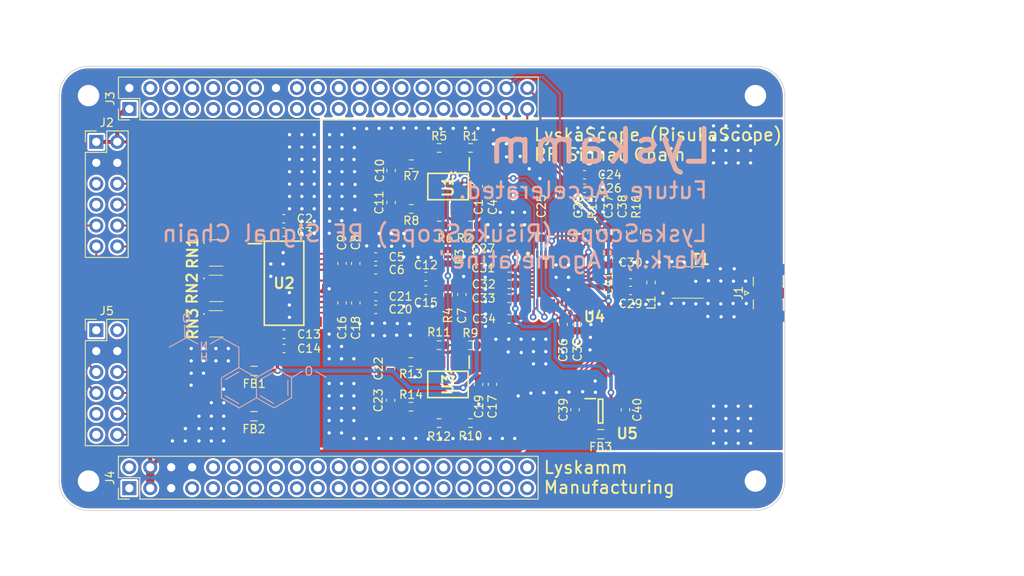
<source format=kicad_pcb>
(kicad_pcb (version 20211014) (generator pcbnew)
  (layers (0 "F.Cu" signal) (31 "B.Cu" signal) (34 "B.Paste" user) (35 "F.Paste" user) (36 "B.SilkS" user "B.Silkscreen") (37 "F.SilkS" user "F.Silkscreen") (38 "B.Mask" user) (39 "F.Mask" user) (44 "Edge.Cuts" user))
  (net 0 "")
  (net 1 "VDD")
  (net 2 "GND")
  (net 3 "Net-(C5-Pad2)")
  (net 4 "Net-(C6-Pad2)")
  (net 5 "/Rx_ADC/ADC_IP")
  (net 6 "/Rx_ADC/ADC_IN")
  (net 7 "Net-(C12-Pad1)")
  (net 8 "Net-(C16-Pad1)")
  (net 9 "/Rx_ADC/ADC_QP")
  (net 10 "/Rx_ADC/ADC_QN")
  (net 11 "+5V")
  (net 12 "Net-(C30-Pad1)")
  (net 13 "Net-(C30-Pad2)")
  (net 14 "Net-(C31-Pad1)")
  (net 15 "Net-(C32-Pad1)")
  (net 16 "Net-(C35-Pad1)")
  (net 17 "/Digital Parts/DEM_REFCLK")
  (net 18 "/Rx_Receiver/LF_BIAS")
  (net 19 "/Rx_Receiver/LF_IN")
  (net 20 "/Rx_Receiver/LF_OUT")
  (net 21 "/Rx_Receiver/RF_IN_L")
  (net 22 "/Digital Parts/DEM_SDI")
  (net 23 "/Digital Parts/DEM_SCK")
  (net 24 "/Digital Parts/DEM_SEN")
  (net 26 "/Digital Parts/ADC_D8")
  (net 28 "Net-(C16-Pad2)")
  (net 39 "/Digital Parts/ADC_D2")
  (net 40 "/Digital Parts/ADC_D1")
  (net 42 "/Digital Parts/ADC_D0")
  (net 47 "/Digital Parts/ADC_D3")
  (net 48 "/Digital Parts/ADC_D4")
  (net 63 "/Digital Parts/ADC_D5")
  (net 72 "/Digital Parts/ADC_D6")
  (net 73 "/Digital Parts/ADC_D7")
  (net 81 "/Digital Parts/ADC_D9")
  (net 82 "/Digital Parts/ADC_CLK")
  (net 83 "/Digital Parts/ADC_DSEL")
  (net 84 "/Rx_ADC/BB_IN")
  (net 85 "Net-(R1-Pad2)")
  (net 86 "/Rx_ADC/BB_IP")
  (net 87 "Net-(R2-Pad2)")
  (net 90 "/Rx_ADC/BB_QN")
  (net 92 "/Rx_ADC/BB_QP")
  (net 95 "Net-(R10-Pad2)")
  (net 96 "Net-(RN1-Pad5)")
  (net 97 "Net-(RN1-Pad6)")
  (net 98 "Net-(RN1-Pad7)")
  (net 99 "Net-(RN1-Pad8)")
  (net 100 "Net-(RN2-Pad5)")
  (net 101 "Net-(RN2-Pad6)")
  (net 102 "Net-(RN2-Pad7)")
  (net 103 "Net-(RN2-Pad8)")
  (net 104 "Net-(RN3-Pad5)")
  (net 105 "Net-(RN3-Pad6)")
  (net 106 "Net-(RN3-Pad7)")
  (net 107 "Net-(RN3-Pad8)")
  (net 126 "Net-(R5-Pad2)")
  (net 127 "Net-(R6-Pad2)")
  (net 136 "VCCA_AD")
  (net 137 "VDDA_TUNER")
  (net 139 "GNDA")
  (net 149 "/Rx_ADC/ADC_VCM")
  (net 150 "Net-(C25-Pad2)")
  (net 151 "Net-(C29-Pad1)")
  (net 152 "Net-(C29-Pad2)")
  (net 153 "Net-(C34-Pad1)")
  (net 154 "Net-(R11-Pad1)")
  (net 155 "Net-(R11-Pad2)")
  (net 156 "Net-(R12-Pad2)")
  (net 157 "Net-(R15-Pad2)")
  (footprint "Capacitor_SMD:C_0603_1608Metric" (layer "F.Cu") (at 131.53 91.625 180)
    (fp_text reference "C5")
    (fp_text value "0.1uF")
  )
  (footprint "Capacitor_SMD:C_0603_1608Metric" (layer "F.Cu") (at 137.61 95.66)
    (fp_text reference "C15")
    (fp_text value "10uF")
  )
  (footprint "Capacitor_SMD:C_0603_1608Metric" (layer "F.Cu") (at 156.86 81.64)
    (fp_text reference "C24")
    (fp_text value "10nF")
  )
  (footprint "Capacitor_SMD:C_0603_1608Metric" (layer "F.Cu") (at 131.53 93.175 180)
    (fp_text reference "C6")
    (fp_text value "0.1uF")
  )
  (footprint "Capacitor_SMD:C_0603_1608Metric" (layer "F.Cu") (at 147.69 90.29)
    (fp_text reference "C27")
    (fp_text value "10nF")
  )
  (footprint "Connector_PinHeader_2.54mm:PinHeader_2x06_P2.54mm_Vertical" (layer "F.Cu") (at 97.635 77.645)
    (fp_text reference "J2")
    (fp_text value "Conn_02x06_Counter_Clockwise")
  )
  (footprint "Capacitor_SMD:C_0603_1608Metric" (layer "F.Cu") (at 156.86 83.28)
    (fp_text reference "C26")
    (fp_text value "4.7uF")
  )
  (footprint "Capacitor_SMD:C_0603_1608Metric" (layer "F.Cu") (at 145.69 107.08 -90)
    (fp_text reference "C17")
    (fp_text value "10uF")
  )
  (footprint "Capacitor_SMD:C_0603_1608Metric" (layer "F.Cu") (at 159.76 88.6 -90)
    (fp_text reference "C37")
    (fp_text value "6.8nF")
  )
  (footprint "Resistor_SMD:R_0603_1608Metric" (layer "F.Cu") (at 143.02 111.78 180)
    (fp_text reference "R10")
    (fp_text value "330")
  )
  (footprint "Capacitor_SMD:C_0603_1608Metric" (layer "F.Cu") (at 155.98 99.805 -90)
    (fp_text reference "C35")
    (fp_text value "10nF")
  )
  (footprint "Capacitor_SMD:C_0603_1608Metric" (layer "F.Cu") (at 133.4 81.13 -90)
    (fp_text reference "C10")
    (fp_text value "33pF")
  )
  (footprint "AD9201:SOP65P777X198-28N" (layer "F.Cu") (at 120.41 94.805)
    (fp_text reference "U2")
    (fp_text value "AD9201ARSZ" hide)
  )
  (footprint "Capacitor_SMD:C_0603_1608Metric" (layer "F.Cu") (at 144.01 107.09 -90)
    (fp_text reference "C19")
    (fp_text value "0.1uF")
  )
  (footprint "Capacitor_SMD:C_0603_1608Metric" (layer "F.Cu") (at 127.44 97.205 90)
    (fp_text reference "C16")
    (fp_text value "0.1uF")
  )
  (footprint "Capacitor_SMD:C_0603_1608Metric" (layer "F.Cu") (at 133.33 105.16 -90)
    (fp_text reference "C22")
    (fp_text value "33pF")
  )
  (footprint "Inductor_SMD:L_0805_2012Metric" (layer "F.Cu") (at 116.76 110.95 180)
    (fp_text reference "FB2")
    (fp_text value "BLM21PG221SN1D")
  )
  (footprint "Resistor_SMD:R_0603_1608Metric" (layer "F.Cu") (at 140.29 96.18 -90)
    (fp_text reference "R4")
    (fp_text value "24k")
  )
  (footprint "Resistor_SMD:R_0603_1608Metric" (layer "F.Cu") (at 135.84 85.78 180)
    (fp_text reference "R8")
    (fp_text value "51")
  )
  (footprint "Capacitor_SMD:C_0603_1608Metric" (layer "F.Cu") (at 137.61 93.99)
    (fp_text reference "C12")
    (fp_text value "0.1uF")
  )
  (footprint "Capacitor_SMD:C_0603_1608Metric" (layer "F.Cu") (at 129.11 97.205 90)
    (fp_text reference "C18")
    (fp_text value "0.1uF")
  )
  (footprint "Capacitor_SMD:C_0603_1608Metric" (layer "F.Cu") (at 161.825 110.17 -90)
    (fp_text reference "C40")
    (fp_text value "1uF")
  )
  (footprint "Resistor_SMD:R_0603_1608Metric" (layer "F.Cu") (at 140.28 91.6 -90)
    (fp_text reference "R3")
    (fp_text value "56k")
  )
  (footprint "Capacitor_SMD:C_0603_1608Metric" (layer "F.Cu") (at 147.69 94.93 180)
    (fp_text reference "C32")
    (fp_text value "10nF")
  )
  (footprint "Capacitor_SMD:C_0603_1608Metric" (layer "F.Cu") (at 143.99 83.07 -90)
    (fp_text reference "C1")
    (fp_text value "10uF")
  )
  (footprint "Resistor_SMD:R_0603_1608Metric" (layer "F.Cu") (at 139.22 87.79 180)
    (fp_text reference "R6")
    (fp_text value "100")
  )
  (footprint "Capacitor_SMD:C_0603_1608Metric" (layer "F.Cu") (at 147.69 96.64 180)
    (fp_text reference "C33")
    (fp_text value "10nF")
  )
  (footprint "Inductor_SMD:L_0805_2012Metric" (layer "F.Cu") (at 158.815 113.13 180)
    (fp_text reference "FB3")
    (fp_text value "BLM21PG221SN1D")
  )
  (footprint "Capacitor_SMD:C_0603_1608Metric" (layer "F.Cu") (at 147.69 92.95 180)
    (fp_text reference "C31")
    (fp_text value "10nF")
  )
  (footprint "RT9013-33GB:SOT94P279X130-5N" (layer "F.Cu") (at 158.8 110.33)
    (fp_text reference "U5")
    (fp_text value "RT9013-33GB" hide)
  )
  (footprint "Resistor_SMD:R_0603_1608Metric" (layer "F.Cu") (at 157.79 88.6 -90)
    (fp_text reference "R15")
    (fp_text value "33")
  )
  (footprint "Capacitor_SMD:C_0603_1608Metric" (layer "F.Cu") (at 120.41 102.735)
    (fp_text reference "C14")
    (fp_text value "10uF")
  )
  (footprint "YC164-FR-07100RL:YC164JR07220RL" (layer "F.Cu") (at 112.16 95.43 -90)
    (fp_text reference "RN2")
    (fp_text value "YC164-FR-07100RL" hide)
  )
  (footprint "AD8132:SOIC127P600X175-8N" (layer "F.Cu") (at 140.3 83.07 -90)
    (fp_text reference "U1")
    (fp_text value "AD8132ARZ" hide)
  )
  (footprint "Inductor_SMD:L_0603_1608Metric" (layer "F.Cu") (at 164.92 94.71 90)
    (fp_text reference "L1")
    (fp_text value "5.1nH")
  )
  (footprint "Capacitor_SMD:C_0603_1608Metric" (layer "F.Cu") (at 145.72 83.07 -90)
    (fp_text reference "C4")
    (fp_text value "0.1uF")
  )
  (footprint "Capacitor_SMD:C_0603_1608Metric" (layer "F.Cu") (at 155.705 110.17 -90)
    (fp_text reference "C39")
    (fp_text value "1uF")
  )
  (footprint "Capacitor_SMD:C_0603_1608Metric" (layer "F.Cu") (at 147.69 99.13 180)
    (fp_text reference "C34")
    (fp_text value "10nF")
  )
  (footprint "YC164-FR-07100RL:YC164JR07220RL" (layer "F.Cu") (at 112.16 91.13 -90)
    (fp_text reference "RN1")
    (fp_text value "YC164-FR-07100RL" hide)
  )
  (footprint "Capacitor_SMD:C_0603_1608Metric" (layer "F.Cu") (at 133.4 85.01 -90)
    (fp_text reference "C11")
    (fp_text value "33pF")
  )
  (footprint "Capacitor_SMD:C_0603_1608Metric" (layer "F.Cu") (at 161.44 88.6 -90)
    (fp_text reference "C38")
    (fp_text value "10nF")
  )
  (footprint "Resistor_SMD:R_0603_1608Metric" (layer "F.Cu") (at 139.21 111.78 180)
    (fp_text reference "R12")
    (fp_text value "100")
  )
  (footprint "Capacitor_SMD:C_0603_1608Metric" (layer "F.Cu") (at 162.44 95.68)
    (fp_text reference "C29")
    (fp_text value "15pF")
  )
  (footprint "AD8132:SOIC127P600X175-8N" (layer "F.Cu") (at 140.29 107.09 -90)
    (fp_text reference "U3")
    (fp_text value "AD8132ARZ" hide)
  )
  (footprint "Capacitor_SMD:C_0603_1608Metric" (layer "F.Cu") (at 129.1 92.405 -90)
    (fp_text reference "C8")
    (fp_text value "10uF")
  )
  (footprint "Resistor_SMD:R_0603_1608Metric" (layer "F.Cu") (at 135.8 104.38 180)
    (fp_text reference "R13")
    (fp_text value "51")
  )
  (footprint "Resistor_SMD:R_0603_1608Metric" (layer "F.Cu") (at 135.81 109.8 180)
    (fp_text reference "R14")
    (fp_text value "51")
  )
  (footprint "YC164-FR-07100RL:YC164JR07220RL" (layer "F.Cu") (at 112.16 99.73 -90)
    (fp_text reference "RN3")
    (fp_text value "YC164-FR-07100RL" hide)
  )
  (footprint "Capacitor_SMD:C_0603_1608Metric" (layer "F.Cu") (at 156.1 88.6 90)
    (fp_text reference "C28")
    (fp_text value "10nF")
  )
  (footprint "Connector_PinHeader_2.54mm:PinHeader_2x06_P2.54mm_Vertical" (layer "F.Cu") (at 97.635 100.505)
    (fp_text reference "J5")
    (fp_text value "Conn_02x06_Counter_Clockwise")
  )
  (footprint "Resistor_SMD:R_0603_1608Metric" (layer "F.Cu") (at 139.22 78.38 180)
    (fp_text reference "R5")
    (fp_text value "100")
  )
  (footprint "Capacitor_SMD:C_0603_1608Metric" (layer "F.Cu") (at 133.33 109.02 -90)
    (fp_text reference "C23")
    (fp_text value "33pF")
  )
  (footprint "Capacitor_SMD:C_0603_1608Metric" (layer "F.Cu") (at 120.38 88.605)
    (fp_text reference "C3")
    (fp_text value "0.1uF")
  )
  (footprint "Capacitor_SMD:C_0603_1608Metric" (layer "F.Cu") (at 162.44 93.74)
    (fp_text reference "C30")
    (fp_text value "15pF")
  )
  (footprint "Capacitor_SMD:C_0603_1608Metric" (layer "F.Cu") (at 141.98 96.18 -90)
    (fp_text reference "C7")
    (fp_text value "0.1uF")
  )
  (footprint "Capacitor_SMD:C_0603_1608Metric" (layer "F.Cu") (at 131.53 96.425)
    (fp_text reference "C21")
    (fp_text value "0.1uF")
  )
  (footprint "Connector_Coaxial:SMA_Samtec_SMA-J-P-X-ST-EM1_EdgeMount" (layer "F.Cu") (at 179.04 95.99 90)
    (fp_text reference "J1")
    (fp_text value "Conn_Coaxial")
  )
  (footprint "Resistor_SMD:R_0603_1608Metric" (layer "F.Cu") (at 143.02 102.33 180)
    (fp_text reference "R9")
    (fp_text value "330")
  )
  (footprint "Capacitor_SMD:C_0603_1608Metric" (layer "F.Cu") (at 154.26 99.805 -90)
    (fp_text reference "C36")
    (fp_text value "10nF")
  )
  (footprint "Resistor_SMD:R_0603_1608Metric" (layer "F.Cu") (at 143.03 87.79 180)
    (fp_text reference "R2")
    (fp_text value "330")
  )
  (footprint "Resistor_SMD:R_0603_1608Metric" (layer "F.Cu") (at 163.12 88.6 -90)
    (fp_text reference "R16")
    (fp_text value "390")
  )
  (footprint "MSI001:QFN50P600X600X90-41N-D" (layer "F.Cu") (at 153.37 94.21)
    (fp_text reference "U4")
    (fp_text value "MSI001" hide)
  )
  (footprint "Capacitor_SMD:C_0603_1608Metric" (layer "F.Cu") (at 151.62 88.56 -90)
    (fp_text reference "C25")
    (fp_text value "10nF")
  )
  (footprint "Capacitor_SMD:C_0603_1608Metric" (layer "F.Cu") (at 120.41 101.005)
    (fp_text reference "C13")
    (fp_text value "0.1uF")
  )
  (footprint "Resistor_SMD:R_0603_1608Metric" (layer "F.Cu") (at 143.03 78.38 180)
    (fp_text reference "R1")
    (fp_text value "330")
  )
  (footprint "Resistor_SMD:R_0603_1608Metric" (layer "F.Cu") (at 139.21 102.33 180)
    (fp_text reference "R11")
    (fp_text value "100")
  )
  (footprint "Inductor_SMD:L_0805_2012Metric" (layer "F.Cu") (at 116.79 105.45 180)
    (fp_text reference "FB1")
    (fp_text value "BLM21PG221SN1D")
  )
  (footprint "Connector_PinHeader_2.54mm:PinHeader_2x20_P2.54mm_Vertical" (layer "F.Cu") (at 101.64 119.685 90)
    (fp_text reference "J4")
    (fp_text value "Conn_02x20_Counter_Clockwise")
  )
  (footprint "Resistor_SMD:R_0603_1608Metric" (layer "F.Cu") (at 135.84 80.36 180)
    (fp_text reference "R7")
    (fp_text value "51")
  )
  (footprint "TC1-1-13M+:TC414" (layer "F.Cu") (at 169.37 94.71 90)
    (fp_text reference "T1")
    (fp_text value "TC1-1-13M+" hide)
  )
  (footprint "Capacitor_SMD:C_0603_1608Metric" (layer "F.Cu") (at 159.76 91.82 -90)
    (fp_text reference "C41")
    (fp_text value "33nF")
  )
  (footprint "Capacitor_SMD:C_0603_1608Metric" (layer "F.Cu") (at 131.53 97.975)
    (fp_text reference "C20")
    (fp_text value "0.1uF")
  )
  (footprint "Capacitor_SMD:C_0603_1608Metric" (layer "F.Cu") (at 120.38 86.985)
    (fp_text reference "C2")
    (fp_text value "10uF")
  )
  (footprint "Connector_PinHeader_2.54mm:PinHeader_2x20_P2.54mm_Vertical" (layer "F.Cu") (at 101.65 73.65 90)
    (fp_text reference "J3")
    (fp_text value "Conn_02x20_Counter_Clockwise")
  )
  (footprint "Capacitor_SMD:C_0603_1608Metric" (layer "F.Cu") (at 127.44 92.405 -90)
    (fp_text reference "C9")
    (fp_text value "0.1uF")
  )
  (footprint "icons:agomelatine_medium" (layer "B.Cu") (at 116 104.13 180)
    (fp_text reference "G***" hide)
    (fp_text value "LOGO" hide)
  )
  (gr_line (start 93.135 118.82) (end 93.135 72.03) (layer "Edge.Cuts") (width 0.1))
  (gr_arc (start 181.145 118.82) (mid 180.1023 121.3373) (end 177.585 122.38) (layer "Edge.Cuts") (width 0.1))
  (gr_arc (start 177.585 68.47) (mid 180.1023 69.5127) (end 181.145 72.03) (layer "Edge.Cuts") (width 0.1))
  (gr_arc (start 93.135 72.03) (mid 94.1777 69.5127) (end 96.695 68.47) (layer "Edge.Cuts") (width 0.1))
  (gr_line (start 177.585 122.38) (end 96.695 122.38) (layer "Edge.Cuts") (width 0.1))
  (gr_line (start 181.145 72.03) (end 181.145 118.82) (layer "Edge.Cuts") (width 0.1))
  (gr_line (start 96.695 68.47) (end 177.585 68.47) (layer "Edge.Cuts") (width 0.1))
  (gr_arc (start 96.695 122.38) (mid 94.1777 121.3373) (end 93.135 118.82) (layer "Edge.Cuts") (width 0.1))
  (gr_text "LyskaScope (RisukaScope) RF Signal Chain\nMark.I, {dblquote}Agomelatine{dblquote}" (at 171.91 90.38) (layer "B.SilkS") (effects (font (size 2 2) (thickness 0.3)) (justify left mirror)))
  (gr_text "Lyskamm" (at 158.77 78.18) (layer "B.SilkS") (effects (font (size 4 4) (thickness 0.6)) (justify mirror)))
  (gr_text "Future. Accelerated." (at 156.67 83.54) (layer "B.SilkS") (effects (font (size 2 2) (thickness 0.3)) (justify mirror)))
  (gr_text "LyskaScope (RisukaScope)\nRF Signal Chain" (at 150.59 77.99) (layer "F.SilkS") (effects (font (size 1.5 1.5) (thickness 0.225)) (justify left)))
  (gr_text "Lyskamm\nManufacturing" (at 151.78 118.38) (layer "F.SilkS") (effects (font (size 1.5 1.5) (thickness 0.225)) (justify left)))
  (segment (start 113.365 77.645) (end 119.61 83.89) (width 0.4) (layer "F.Cu") (net 1))
  (segment (start 100.17 74.64) (end 100.175 74.645) (width 0.25) (layer "F.Cu") (net 1))
  (segment (start 116.86 91.23) (end 118.92 91.23) (width 0.4) (layer "F.Cu") (net 1))
  (segment (start 119.605 90.545) (end 119.605 88.605) (width 0.4) (layer "F.Cu") (net 1))
  (segment (start 100.175 77.645) (end 113.365 77.645) (width 0.4) (layer "F.Cu") (net 1))
  (segment (start 100.175 77.645) (end 97.635 77.645) (width 0.5) (layer "F.Cu") (net 1))
  (segment (start 101.16 73.65) (end 100.17 74.64) (width 0.5) (layer "F.Cu") (net 1))
  (segment (start 119.61 86.98) (end 119.605 86.985) (width 0.25) (layer "F.Cu") (net 1))
  (segment (start 118.92 91.23) (end 119.605 90.545) (width 0.4) (layer "F.Cu") (net 1))
  (segment (start 101.65 73.65) (end 101.16 73.65) (width 0.25) (layer "F.Cu") (net 1))
  (segment (start 119.61 83.89) (end 119.61 86.98) (width 0.4) (layer "F.Cu") (net 1))
  (segment (start 100.175 74.645) (end 100.175 77.645) (width 0.5) (layer "F.Cu") (net 1))
  (segment (start 119.605 88.605) (end 119.605 86.985) (width 0.4) (layer "F.Cu") (net 1))
  (via (at 113.09 107.67) (size 0.8) (drill 0.4) (layers "F.Cu" "B.Cu") (net 2))
  (via (at 124.07 79.77) (size 0.8) (drill 0.4) (layers "F.Cu" "B.Cu") (net 2))
  (via (at 113.09 112.45) (size 0.8) (drill 0.4) (layers "F.Cu" "B.Cu") (net 2))
  (via (at 124.07 82.77) (size 0.8) (drill 0.4) (layers "F.Cu" "B.Cu") (net 2))
  (via (at 113.09 113.95) (size 0.8) (drill 0.4) (layers "F.Cu" "B.Cu") (net 2))
  (via (at 122.57 78.27) (size 0.8) (drill 0.4) (layers "F.Cu" "B.Cu") (net 2))
  (via (at 108.44 112.45) (size 0.8) (drill 0.4) (layers "F.Cu" "B.Cu") (net 2))
  (via (at 110.65 105.73) (size 0.8) (drill 0.4) (layers "F.Cu" "B.Cu") (net 2))
  (via (at 118.8 92.47) (size 0.8) (drill 0.4) (layers "F.Cu" "B.Cu") (net 2))
  (via (at 120.3 92.47) (size 0.8) (drill 0.4) (layers "F.Cu" "B.Cu") (net 2))
  (via (at 122.57 76.77) (size 0.8) (drill 0.4) (layers "F.Cu" "B.Cu") (net 2))
  (via (at 121.07 82.77) (size 0.8) (drill 0.4) (layers "F.Cu" "B.Cu") (net 2))
  (via (at 124.07 78.27) (size 0.8) (drill 0.4) (layers "F.Cu" "B.Cu") (net 2))
  (via (at 111.59 113.95) (size 0.8) (drill 0.4) (layers "F.Cu" "B.Cu") (net 2))
  (via (at 124.07 81.27) (size 0.8) (drill 0.4) (layers "F.Cu" "B.Cu") (net 2))
  (via (at 111.59 110.95) (size 0.8) (drill 0.4) (layers "F.Cu" "B.Cu") (net 2))
  (via (at 109.15 102.73) (size 0.8) (drill 0.4) (layers "F.Cu" "B.Cu") (net 2))
  (via (at 110.65 102.73) (size 0.8) (drill 0.4) (layers "F.Cu" "B.Cu") (net 2))
  (via (at 122.57 84.27) (size 0.8) (drill 0.4) (layers "F.Cu" "B.Cu") (net 2))
  (via (at 112.15 102.73) (size 0.8) (drill 0.4) (layers "F.Cu" "B.Cu") (net 2))
  (via (at 106.87 113.95) (size 0.8) (drill 0.4) (layers "F.Cu" "B.Cu") (net 2))
  (via (at 111.59 109.31) (size 0.8) (drill 0.4) (layers "F.Cu" "B.Cu") (net 2))
  (via (at 113.1 109.32) (size 0.8) (drill 0.4) (layers "F.Cu" "B.Cu") (net 2))
  (via (at 177.585 72.03) (size 3.6) (drill 2.6) (layers "F.Cu" "B.Cu") (net 2))
  (via (at 110.09 110.95) (size 0.8) (drill 0.4) (layers "F.Cu" "B.Cu") (net 2))
  (via (at 108.43 113.95) (size 0.8) (drill 0.4) (layers "F.Cu" "B.Cu") (net 2))
  (via (at 122.57 81.27) (size 0.8) (drill 0.4) (layers "F.Cu" "B.Cu") (net 2))
  (via (at 96.695 118.82) (size 3.6) (drill 2.6) (layers "F.Cu" "B.Cu") (net 2))
  (via (at 177.585 118.82) (size 3.6) (drill 2.6) (layers "F.Cu" "B.Cu") (net 2))
  (via (at 121.07 79.77) (size 0.8) (drill 0.4) (layers "F.Cu" "B.Cu") (net 2))
  (via (at 109.15 104.23) (size 0.8) (drill 0.4) (layers "F.Cu" "B.Cu") (net 2))
  (via (at 121.06 95.95) (size 0.8) (drill 0.4) (layers "F.Cu" "B.Cu") (net 2))
  (via (at 124.07 84.27) (size 0.8) (drill 0.4) (layers "F.Cu" "B.Cu") (net 2))
  (via (at 124.07 76.77) (size 0.8) (drill 0.4) (layers "F.Cu" "B.Cu") (net 2))
  (via (at 122.57 79.77) (size 0.8) (drill 0.4) (layers "F.Cu" "B.Cu") (net 2))
  (via (at 109.14 107.18) (size 0.8) (drill 0.4) (layers "F.Cu" "B.Cu") (net 2))
  (via (at 121.07 78.27) (size 0.8) (drill 0.4) (layers "F.Cu" "B.Cu") (net 2))
  (via (at 110.09 112.45) (size 0.8) (drill 0.4) (layers "F.Cu" "B.Cu") (net 2))
  (via (at 118.8 93.97) (size 0.8) (drill 0.4) (layers "F.Cu" "B.Cu") (net 2))
  (via (at 121.06 98.95) (size 0.8) (drill 0.4) (layers "F.Cu" "B.Cu") (net 2))
  (via (at 113.65 104.23) (size 0.8) (drill 0.4) (layers "F.Cu" "B.Cu") (net 2))
  (via (at 96.695 72.03) (size 3.6) (drill 2.6) (layers "F.Cu" "B.Cu") (net 2))
  (via (at 122.57 85.77) (size 0.8) (drill 0.4) (layers "F.Cu" "B.Cu") (net 2))
  (via (at 121.07 84.27) (size 0.8) (drill 0.4) (layers "F.Cu" "B.Cu") (net 2))
  (via (at 109.15 105.73) (size 0.8) (drill 0.4) (layers "F.Cu" "B.Cu") (net 2))
  (via (at 122.57 82.77) (size 0.8) (drill 0.4) (layers "F.Cu" "B.Cu") (net 2))
  (via (at 122.57 87.27) (size 0.8) (drill 0.4) (layers "F.Cu" "B.Cu") (net 2))
  (via (at 110.65 104.23) (size 0.8) (drill 0.4) (layers "F.Cu" "B.Cu") (net 2))
  (via (at 111.59 112.45) (size 0.8) (drill 0.4) (layers "F.Cu" "B.Cu") (net 2))
  (via (at 112.15 104.23) (size 0.8) (drill 0.4) (layers "F.Cu" "B.Cu") (net 2))
  (via (at 113.65 102.73) (size 0.8) (drill 0.4) (layers "F.Cu" "B.Cu") (net 2))
  (via (at 121.07 76.77) (size 0.8) (drill 0.4) (layers "F.Cu" "B.Cu") (net 2))
  (via (at 122.57 88.77) (size 0.8) (drill 0.4) (layers "F.Cu" "B.Cu") (net 2))
  (via (at 120.3 91.09) (size 0.8) (drill 0.4) (layers "F.Cu" "B.Cu") (net 2))
  (via (at 110.09 113.95) (size 0.8) (drill 0.4) (layers "F.Cu" "B.Cu") (net 2))
  (via (at 124.07 85.77) (size 0.8) (drill 0.4) (layers "F.Cu" "B.Cu") (net 2))
  (via (at 121.07 81.27) (size 0.8) (drill 0.4) (layers "F.Cu" "B.Cu") (net 2))
  (via (at 113.09 110.95) (size 0.8) (drill 0.4) (layers "F.Cu" "B.Cu") (net 2))
  (via (at 124.07 87.27) (size 0.8) (drill 0.4) (layers "F.Cu" "B.Cu") (net 2))
  (via (at 124.07 88.77) (size 0.8) (drill 0.4) (layers "F.Cu" "B.Cu") (net 2))
  (via (at 121.06 97.45) (size 0.8) (drill 0.4) (layers "F.Cu" "B.Cu") (net 2))
  (via (at 121.07 85.77) (size 0.8) (drill 0.4) (layers "F.Cu" "B.Cu") (net 2))
  (segment (start 129.1 91.63) (end 130.75 91.63) (width 0.25) (layer "F.Cu") (net 3))
  (segment (start 127.44 91.63) (end 129.1 91.63) (width 0.25) (layer "F.Cu") (net 3))
  (segment (start 126.68 91.63) (end 127.44 91.63) (width 0.25) (layer "F.Cu") (net 3))
  (segment (start 123.96 92.53) (end 125.78 92.53) (width 0.25) (layer "F.Cu") (net 3))
  (segment (start 130.75 91.63) (end 130.755 91.625) (width 0.25) (layer "F.Cu") (net 3))
  (segment (start 125.78 92.53) (end 126.68 91.63) (width 0.25) (layer "F.Cu") (net 3))
  (segment (start 123.96 93.18) (end 127.44 93.18) (width 0.25) (layer "F.Cu") (net 4))
  (segment (start 129.1 93.18) (end 127.44 93.18) (width 0.25) (layer "F.Cu") (net 4))
  (segment (start 130.755 93.175) (end 129.105 93.175) (width 0.25) (layer "F.Cu") (net 4))
  (segment (start 129.105 93.175) (end 129.1 93.18) (width 0.25) (layer "F.Cu") (net 4))
  (segment (start 123.96 91.23) (end 125.16 91.23) (width 0.2) (layer "F.Cu") (net 5))
  (segment (start 135.015 80.36) (end 133.405 80.36) (width 0.2) (layer "F.Cu") (net 5))
  (segment (start 125.16 91.23) (end 131.56 84.83) (width 0.2) (layer "F.Cu") (net 5))
  (segment (start 133.405 80.36) (end 133.4 80.355) (width 0.2) (layer "F.Cu") (net 5))
  (segment (start 131.56 84.83) (end 131.56 81.31) (width 0.2) (layer "F.Cu") (net 5))
  (segment (start 131.56 81.31) (end 132.515 80.355) (width 0.2) (layer "F.Cu") (net 5))
  (segment (start 132.515 80.355) (end 133.4 80.355) (width 0.2) (layer "F.Cu") (net 5))
  (segment (start 133.405 85.78) (end 133.4 85.785) (width 0.2) (layer "F.Cu") (net 6))
  (segment (start 125.54 91.88) (end 131.635 85.785) (width 0.2) (layer "F.Cu") (net 6))
  (segment (start 123.96 91.88) (end 125.54 91.88) (width 0.2) (layer "F.Cu") (net 6))
  (segment (start 135.015 85.78) (end 133.405 85.78) (width 0.2) (layer "F.Cu") (net 6))
  (segment (start 131.635 85.785) (end 133.4 85.785) (width 0.2) (layer "F.Cu") (net 6))
  (segment (start 135.11 94.48) (end 135.6 93.99) (width 0.25) (layer "F.Cu") (net 7))
  (segment (start 123.96 94.48) (end 135.11 94.48) (width 0.25) (layer "F.Cu") (net 7))
  (segment (start 123.96 94.48) (end 123.96 95.13) (width 0.25) (layer "F.Cu") (net 7))
  (segment (start 135.6 93.99) (end 136.835 93.99) (width 0.25) (layer "F.Cu") (net 7))
  (segment (start 136.835 93.99) (end 136.835 95.66) (width 0.25) (layer "F.Cu") (net 7))
  (segment (start 130.75 97.98) (end 130.755 97.975) (width 0.25) (layer "F.Cu") (net 8))
  (segment (start 129.11 97.98) (end 130.75 97.98) (width 0.25) (layer "F.Cu") (net 8))
  (segment (start 125.88 97.08) (end 126.78 97.98) (width 0.25) (layer "F.Cu") (net 8))
  (segment (start 127.44 97.98) (end 129.11 97.98) (width 0.25) (layer "F.Cu") (net 8))
  (segment (start 126.78 97.98) (end 127.44 97.98) (width 0.25) (layer "F.Cu") (net 8))
  (segment (start 123.96 97.08) (end 125.88 97.08) (width 0.25) (layer "F.Cu") (net 8))
  (segment (start 134.975 104.38) (end 133.335 104.38) (width 0.2) (layer "F.Cu") (net 9))
  (segment (start 133.335 104.38) (end 133.33 104.385) (width 0.2) (layer "F.Cu") (net 9))
  (segment (start 132.145 104.385) (end 125.49 97.73) (width 0.2) (layer "F.Cu") (net 9))
  (segment (start 133.33 104.385) (end 132.145 104.385) (width 0.2) (layer "F.Cu") (net 9))
  (segment (start 125.49 97.73) (end 123.96 97.73) (width 0.2) (layer "F.Cu") (net 9))
  (segment (start 123.96 98.38) (end 125.24 98.38) (width 0.2) (layer "F.Cu") (net 10))
  (segment (start 133.335 109.8) (end 133.33 109.795) (width 0.2) (layer "F.Cu") (net 10))
  (segment (start 132.045 109.795) (end 133.33 109.795) (width 0.2) (layer "F.Cu") (net 10))
  (segment (start 131.39 104.53) (end 131.39 109.14) (width 0.2) (layer "F.Cu") (net 10))
  (segment (start 125.24 98.38) (end 131.39 104.53) (width 0.2) (layer "F.Cu") (net 10))
  (segment (start 131.39 109.14) (end 132.045 109.795) (width 0.2) (layer "F.Cu") (net 10))
  (segment (start 134.985 109.8) (end 133.335 109.8) (width 0.2) (layer "F.Cu") (net 10))
  (segment (start 158.81 110.885) (end 158.81 109.775) (width 0.25) (layer "F.Cu") (net 11))
  (segment (start 113.27 105.45) (end 115.7275 105.45) (width 0.5) (layer "F.Cu") (net 11))
  (segment (start 155.705 109.395) (end 157.545 109.395) (width 0.4) (layer "F.Cu") (net 11))
  (segment (start 104.18 117.145) (end 104.18 114.54) (width 0.5) (layer "F.Cu") (net 11))
  (segment (start 158.425 109.39) (end 157.55 109.39) (width 0.25) (layer "F.Cu") (net 11))
  (segment (start 158.81 109.775) (end 158.425 109.39) (width 0.25) (layer "F.Cu") (net 11))
  (segment (start 157.55 111.27) (end 158.425 111.27) (width 0.25) (layer "F.Cu") (net 11))
  (segment (start 106.075 115.25) (end 104.18 117.145) (width 0.5) (layer "F.Cu") (net 11))
  (segment (start 155.705 109.395) (end 155.7 109.39) (width 0.4) (layer "F.Cu") (net 11))
  (segment (start 148.83 115.25) (end 106.075 115.25) (width 0.5) (layer "F.Cu") (net 11))
  (segment (start 104.18 117.145) (end 104.18 119.685) (width 1) (layer "F.Cu") (net 11))
  (segment (start 104.18 114.54) (end 113.27 105.45) (width 0.5) (layer "F.Cu") (net 11))
  (segment (start 157.545 109.395) (end 157.55 109.39) (width 0.25) (layer "F.Cu") (net 11))
  (segment (start 158.425 111.27) (end 158.81 110.885) (width 0.25) (layer "F.Cu") (net 11))
  (segment (start 155.7 109.39) (end 154.69 109.39) (width 0.5) (layer "F.Cu") (net 11))
  (segment (start 154.69 109.39) (end 148.83 115.25) (width 0.5) (layer "F.Cu") (net 11))
  (segment (start 148.975 93.46) (end 148.465 92.95) (width 0.25) (layer "F.Cu") (net 14))
  (segment (start 150.42 93.46) (end 148.975 93.46) (width 0.25) (layer "F.Cu") (net 14))
  (segment (start 148.495 94.96) (end 148.465 94.93) (width 0.25) (layer "F.Cu") (net 15))
  (segment (start 150.42 94.96) (end 148.495 94.96) (width 0.25) (layer "F.Cu") (net 15))
  (segment (start 155.98 98.32) (end 155.98 99.03) (width 0.25) (layer "F.Cu") (net 16))
  (segment (start 155.62 97.16) (end 155.62 97.96) (width 0.25) (layer "F.Cu") (net 16))
  (segment (start 155.62 97.96) (end 155.98 98.32) (width 0.25) (layer "F.Cu") (net 16))
  (segment (start 155.98 100.58) (end 155.98 101.89) (width 0.25) (layer "F.Cu") (net 17))
  (via (at 155.98 101.89) (size 0.8) (drill 0.4) (layers "F.Cu" "B.Cu") (net 17))
  (segment (start 155.98 99.22) (end 152.145 95.385) (width 0.25) (layer "B.Cu") (net 17))
  (segment (start 153.87 71.85) (end 151.8 69.78) (width 0.25) (layer "B.Cu") (net 17))
  (segment (start 148.7 69.78) (end 147.37 71.11) (width 0.25) (layer "B.Cu") (net 17))
  (segment (start 155.98 101.89) (end 155.98 99.22) (width 0.25) (layer "B.Cu") (net 17))
  (segment (start 151.8 69.78) (end 148.7 69.78) (width 0.25) (layer "B.Cu") (net 17))
  (segment (start 152.145 95.385) (end 152.145 85.055) (width 0.25) (layer "B.Cu") (net 17))
  (segment (start 152.145 85.055) (end 153.87 83.33) (width 0.25) (layer "B.Cu") (net 17))
  (segment (start 153.87 83.33) (end 153.87 71.85) (width 0.25) (layer "B.Cu") (net 17))
  (segment (start 159.76 87.825) (end 161.44 87.825) (width 0.25) (layer "F.Cu") (net 18))
  (segment (start 159.385 87.825) (end 159.76 87.825) (width 0.25) (layer "F.Cu") (net 18))
  (segment (start 158.31 90.16) (end 158.78 89.69) (width 0.25) (layer "F.Cu") (net 18))
  (segment (start 156.99 92.96) (end 158.31 91.64) (width 0.25) (layer "F.Cu") (net 18))
  (segment (start 158.78 89.69) (end 158.78 88.43) (width 0.25) (layer "F.Cu") (net 18))
  (segment (start 156.32 92.96) (end 156.99 92.96) (width 0.25) (layer "F.Cu") (net 18))
  (segment (start 163.07 87.825) (end 163.12 87.775) (width 0.25) (layer "F.Cu") (net 18))
  (segment (start 158.78 88.43) (end 159.385 87.825) (width 0.25) (layer "F.Cu") (net 18))
  (segment (start 161.44 87.825) (end 163.07 87.825) (width 0.25) (layer "F.Cu") (net 18))
  (segment (start 158.31 91.64) (end 158.31 90.16) (width 0.25) (layer "F.Cu") (net 18))
  (segment (start 157.126396 93.46) (end 159.541396 91.045) (width 0.25) (layer "F.Cu") (net 19))
  (segment (start 159.76 89.375) (end 159.76 91.045) (width 0.25) (layer "F.Cu") (net 19))
  (segment (start 159.541396 91.045) (end 159.76 91.045) (width 0.25) (layer "F.Cu") (net 19))
  (segment (start 156.32 93.46) (end 157.126396 93.46) (width 0.25) (layer "F.Cu") (net 19))
  (segment (start 162.56 91.1) (end 163.12 90.54) (width 0.25) (layer "F.Cu") (net 20))
  (segment (start 156.32 93.96) (end 157.262792 93.96) (width 0.25) (layer "F.Cu") (net 20))
  (segment (start 159.76 92.35) (end 161.01 91.1) (width 0.25) (layer "F.Cu") (net 20))
  (segment (start 158.627792 92.595) (end 159.76 92.595) (width 0.25) (layer "F.Cu") (net 20))
  (segment (start 159.76 92.595) (end 159.76 92.35) (width 0.25) (layer "F.Cu") (net 20))
  (segment (start 157.262792 93.96) (end 158.627792 92.595) (width 0.25) (layer "F.Cu") (net 20))
  (segment (start 161.01 91.1) (end 162.56 91.1) (width 0.25) (layer "F.Cu") (net 20))
  (segment (start 163.12 90.54) (end 163.12 89.425) (width 0.25) (layer "F.Cu") (net 20))
  (segment (start 153.62 91.26) (end 153.62 82.31) (width 0.25) (layer "F.Cu") (net 22))
  (segment (start 147.37 76.06) (end 147.37 73.65) (width 0.25) (layer "F.Cu") (net 22))
  (segment (start 153.62 82.31) (end 147.37 76.06) (width 0.25) (layer "F.Cu") (net 22))
  (segment (start 154.12 81.84) (end 149.91 77.63) (width 0.25) (layer "F.Cu") (net 23))
  (segment (start 149.91 77.63) (end 149.91 73.65) (width 0.25) (layer "F.Cu") (net 23))
  (segment (start 154.12 91.26) (end 154.12 81.84) (width 0.25) (layer "F.Cu") (net 23))
  (segment (start 151.51 72.7) (end 151.5 72.7) (width 0.25) (layer "F.Cu") (net 24))
  (segment (start 151.51 78.56) (end 151.51 72.7) (width 0.25) (layer "F.Cu") (net 24))
  (segment (start 154.62 91.26) (end 154.62 81.67) (width 0.25) (layer "F.Cu") (net 24))
  (segment (start 151.5 72.7) (end 149.91 71.11) (width 0.25) (layer "F.Cu") (net 24))
  (segment (start 154.62 81.67) (end 151.51 78.56) (width 0.25) (layer "F.Cu") (net 24))
  (segment (start 102.575 105.585) (end 100.175 105.585) (width 0.25) (layer "F.Cu") (net 26))
  (segment (start 105.55 98.53) (end 104.06 100.02) (width 0.25) (layer "F.Cu") (net 26))
  (segment (start 104.06 100.02) (end 104.06 104.1) (width 0.25) (layer "F.Cu") (net 26))
  (segment (start 104.06 104.1) (end 102.575 105.585) (width 0.25) (layer "F.Cu") (net 26))
  (segment (start 111.31 98.53) (end 105.55 98.53) (width 0.25) (layer "F.Cu") (net 26))
  (segment (start 130.75 96.43) (end 130.755 96.425) (width 0.25) (layer "F.Cu") (net 28))
  (segment (start 129.11 96.43) (end 130.75 96.43) (width 0.25) (layer "F.Cu") (net 28))
  (segment (start 127.44 96.43) (end 129.11 96.43) (width 0.25) (layer "F.Cu") (net 28))
  (segment (start 123.96 96.43) (end 127.44 96.43) (width 0.25) (layer "F.Cu") (net 28))
  (segment (start 109.14 91.53) (end 111.31 91.53) (width 0.25) (layer "F.Cu") (net 39))
  (segment (start 105.415 87.805) (end 109.14 91.53) (width 0.25) (layer "F.Cu") (net 39))
  (segment (start 100.175 87.805) (end 105.415 87.805) (width 0.25) (layer "F.Cu") (net 39))
  (segment (start 104.245 85.265) (end 109.71 90.73) (width 0.25) (layer "F.Cu") (net 40))
  (segment (start 100.175 85.265) (end 104.245 85.265) (width 0.25) (layer "F.Cu") (net 40))
  (segment (start 109.71 90.73) (end 111.31 90.73) (width 0.25) (layer "F.Cu") (net 40))
  (segment (start 110.2 89.93) (end 102.995 82.725) (width 0.25) (layer "F.Cu") (net 42))
  (segment (start 102.995 82.725) (end 100.175 82.725) (width 0.25) (layer "F.Cu") (net 42))
  (segment (start 111.31 89.93) (end 110.2 89.93) (width 0.25) (layer "F.Cu") (net 42))
  (segment (start 106.625 90.345) (end 100.175 90.345) (width 0.25) (layer "F.Cu") (net 47))
  (segment (start 111.31 92.33) (end 108.61 92.33) (width 0.25) (layer "F.Cu") (net 47))
  (segment (start 108.61 92.33) (end 106.625 90.345) (width 0.25) (layer "F.Cu") (net 47))
  (segment (start 111.31 94.23) (end 98.67 94.23) (width 0.25) (layer "F.Cu") (net 48))
  (segment (start 98.67 94.23) (end 97.635 93.195) (width 0.25) (layer "F.Cu") (net 48))
  (segment (start 97.635 93.195) (end 97.635 90.345) (width 0.25) (layer "F.Cu") (net 48))
  (segment (start 96.155 87.805) (end 97.635 87.805) (width 0.25) (layer "F.Cu") (net 63))
  (segment (start 95.08 88.88) (end 96.155 87.805) (width 0.25) (layer "F.Cu") (net 63))
  (segment (start 111.31 95.03) (end 96.41 95.03) (width 0.25) (layer "F.Cu") (net 63))
  (segment (start 95.08 93.7) (end 95.08 88.88) (width 0.25) (layer "F.Cu") (net 63))
  (segment (start 96.41 95.03) (end 95.08 93.7) (width 0.25) (layer "F.Cu") (net 63))
  (segment (start 95.04 97.16) (end 95.04 105.53) (width 0.25) (layer "F.Cu") (net 72))
  (segment (start 96.37 95.83) (end 95.04 97.16) (width 0.25) (layer "F.Cu") (net 72))
  (segment (start 111.31 95.83) (end 96.37 95.83) (width 0.25) (layer "F.Cu") (net 72))
  (segment (start 95.04 105.53) (end 97.635 108.125) (width 0.25) (layer "F.Cu") (net 72))
  (segment (start 111.31 96.63) (end 97.47 96.63) (width 0.25) (layer "F.Cu") (net 73))
  (segment (start 95.66 98.44) (end 95.66 103.61) (width 0.25) (layer "F.Cu") (net 73))
  (segment (start 95.66 103.61) (end 97.635 105.585) (width 0.25) (layer "F.Cu") (net 73))
  (segment (start 97.47 96.63) (end 95.66 98.44) (width 0.25) (layer "F.Cu") (net 73))
  (segment (start 111.31 99.33) (end 106.03 99.33) (width 0.25) (layer "F.Cu") (net 81))
  (segment (start 106.03 99.33) (end 104.95 100.41) (width 0.25) (layer "F.Cu") (net 81))
  (segment (start 104.95 100.41) (end 104.95 105.83) (width 0.25) (layer "F.Cu") (net 81))
  (segment (start 102.655 108.125) (end 100.175 108.125) (width 0.25) (layer "F.Cu") (net 81))
  (segment (start 104.95 105.83) (end 102.655 108.125) (width 0.25) (layer "F.Cu") (net 81))
  (segment (start 102.715 113.205) (end 100.175 113.205) (width 0.25) (layer "F.Cu") (net 82))
  (segment (start 106.91 109.02) (end 102.72 113.21) (width 0.25) (layer "F.Cu") (net 82))
  (segment (start 111.31 100.93) (end 107.94 100.93) (width 0.25) (layer "F.Cu") (net 82))
  (segment (start 102.72 113.21) (end 102.715 113.205) (width 0.25) (layer "F.Cu") (net 82))
  (segment (start 107.94 100.93) (end 106.91 101.96) (width 0.25) (layer "F.Cu") (net 82))
  (segment (start 106.91 101.96) (end 106.91 109.02) (width 0.25) (layer "F.Cu") (net 82))
  (segment (start 111.31 100.13) (end 106.98 100.13) (width 0.25) (layer "F.Cu") (net 83))
  (segment (start 105.9 107.45) (end 102.685 110.665) (width 0.25) (layer "F.Cu") (net 83))
  (segment (start 105.9 101.21) (end 105.9 107.45) (width 0.25) (layer "F.Cu") (net 83))
  (segment (start 106.98 100.13) (end 105.9 101.21) (width 0.25) (layer "F.Cu") (net 83))
  (segment (start 102.685 110.665) (end 100.175 110.665) (width 0.25) (layer "F.Cu") (net 83))
  (segment (start 148.21 82.08) (end 147.37 82.08) (width 0.2) (layer "F.Cu") (net 84))
  (segment (start 151.99 98.91) (end 151.99 98.11) (width 0.2) (layer "F.Cu") (net 84))
  (segment (start 147.37 82.08) (end 143.855 78.565) (width 0.2) (layer "F.Cu") (net 84))
  (segment (start 151.62 97.74) (end 151.62 97.16) (width 0.2) (layer "F.Cu") (net 84))
  (segment (start 151.99 98.11) (end 151.62 97.74) (width 0.2) (layer "F.Cu") (net 84))
  (segment (start 143.855 78.565) (end 143.855 78.38) (width 0.2) (layer "F.Cu") (net 84))
  (segment (start 143.905 78.43) (end 143.855 78.38) (width 0.2) (layer "F.Cu") (net 84))
  (via (at 151.99 98.91) (size 0.8) (drill 0.4) (layers "F.Cu" "B.Cu") (net 84))
  (via (at 148.21 82.08) (size 0.8) (drill 0.4) (layers "F.Cu" "B.Cu") (net 84))
  (segment (start 149.78 82.08) (end 151.14 83.44) (width 0.2) (layer "B.Cu") (net 84))
  (segment (start 151.14 98.06) (end 151.99 98.91) (width 0.2) (layer "B.Cu") (net 84))
  (segment (start 151.14 83.44) (end 151.14 98.06) (width 0.2) (layer "B.Cu") (net 84))
  (segment (start 148.21 82.08) (end 149.78 82.08) (width 0.2) (layer "B.Cu") (net 84))
  (segment (start 142.205 80.358) (end 142.205 78.38) (width 0.25) (layer "F.Cu") (net 85))
  (segment (start 142.205 78.38) (end 140.045 78.38) (width 0.25) (layer "F.Cu") (net 85))
  (segment (start 150.62 98.17) (end 150.62 98.91) (width 0.2) (layer "F.Cu") (net 86))
  (segment (start 143.855 87.615) (end 143.855 87.79) (width 0.2) (layer "F.Cu") (net 86))
  (segment (start 148.21 84.1) (end 147.37 84.1) (width 0.2) (layer "F.Cu") (net 86))
  (segment (start 151.12 97.16) (end 151.12 97.67) (width 0.2) (layer "F.Cu") (net 86))
  (segment (start 151.12 97.67) (end 150.62 98.17) (width 0.2) (layer "F.Cu") (net 86))
  (segment (start 147.37 84.1) (end 143.855 87.615) (width 0.2) (layer "F.Cu") (net 86))
  (via (at 150.62 98.91) (size 0.8) (drill 0.4) (layers "F.Cu" "B.Cu") (net 86))
  (via (at 148.21 84.1) (size 0.8) (drill 0.4) (layers "F.Cu" "B.Cu") (net 86))
  (segment (start 150.74 98.79) (end 150.62 98.91) (width 0.2) (layer "B.Cu") (net 86))
  (segment (start 149.4918 84.1) (end 150.74 85.3482) (width 0.2) (layer "B.Cu") (net 86))
  (segment (start 148.21 84.1) (end 149.4918 84.1) (width 0.2) (layer "B.Cu") (net 86))
  (segment (start 150.74 85.3482) (end 150.74 98.79) (width 0.2) (layer "B.Cu") (net 86))
  (segment (start 142.205 87.79) (end 142.205 85.782) (width 0.25) (layer "F.Cu") (net 87))
  (segment (start 140.045 87.79) (end 142.205 87.79) (width 0.25) (layer "F.Cu") (net 87))
  (segment (start 156.88 96.46) (end 158.57 98.15) (width 0.2) (layer "F.Cu") (net 90))
  (segment (start 155.46 106.23) (end 148.42 106.23) (width 0.2) (layer "F.Cu") (net 90))
  (segment (start 144.52 102.33) (end 143.845 102.33) (width 0.2) (layer "F.Cu") (net 90))
  (segment (start 158.57 103.12) (end 155.46 106.23) (width 0.2) (layer "F.Cu") (net 90))
  (segment (start 158.57 98.15) (end 158.57 103.12) (width 0.2) (layer "F.Cu") (net 90))
  (segment (start 156.32 96.46) (end 156.88 96.46) (width 0.2) (layer "F.Cu") (net 90))
  (segment (start 148.42 106.23) (end 144.52 102.33) (width 0.2) (layer "F.Cu") (net 90))
  (segment (start 156.32 95.96) (end 156.945686 95.96) (width 0.2) (layer "F.Cu") (net 92))
  (segment (start 158.97 97.984314) (end 158.97 103.297485) (width 0.2) (layer "F.Cu") (net 92))
  (segment (start 148.995 106.63) (end 143.845 111.78) (width 0.2) (layer "F.Cu") (net 92))
  (segment (start 155.637485 106.63) (end 148.995 106.63) (width 0.2) (layer "F.Cu") (net 92))
  (segment (start 158.97 103.297485) (end 155.637485 106.63) (width 0.2) (layer "F.Cu") (net 92))
  (segment (start 156.945686 95.96) (end 158.97 97.984314) (width 0.2) (layer "F.Cu") (net 92))
  (segment (start 142.195 109.802) (end 142.195 111.78) (width 0.25) (layer "F.Cu") (net 95))
  (segment (start 140.035 111.78) (end 142.195 111.78) (width 0.25) (layer "F.Cu") (net 95))
  (segment (start 115.11 93.83) (end 116.86 93.83) (width 0.25) (layer "F.Cu") (net 96))
  (segment (start 112.91 92.33) (end 113.61 92.33) (width 0.25) (layer "F.Cu") (net 96))
  (segment (start 113.61 92.33) (end 115.11 93.83) (width 0.25) (layer "F.Cu") (net 96))
  (segment (start 113.88 91.53) (end 115.53 93.18) (width 0.25) (layer "F.Cu") (net 97))
  (segment (start 112.91 91.53) (end 113.88 91.53) (width 0.25) (layer "F.Cu") (net 97))
  (segment (start 115.53 93.18) (end 116.86 93.18) (width 0.25) (layer "F.Cu") (net 97))
  (segment (start 115.72 92.53) (end 116.86 92.53) (width 0.25) (layer "F.Cu") (net 98))
  (segment (start 112.91 90.73) (end 113.92 90.73) (width 0.25) (layer "F.Cu") (net 98))
  (segment (start 113.92 90.73) (end 115.72 92.53) (width 0.25) (layer "F.Cu") (net 98))
  (segment (start 113.86 89.93) (end 115.81 91.88) (width 0.25) (layer "F.Cu") (net 99))
  (segment (start 115.81 91.88) (end 116.86 91.88) (width 0.25) (layer "F.Cu") (net 99))
  (segment (start 112.91 89.93) (end 113.86 89.93) (width 0.25) (layer "F.Cu") (net 99))
  (segment (start 112.91 96.63) (end 114.69 96.63) (width 0.25) (layer "F.Cu") (net 100))
  (segment (start 114.89 96.43) (end 116.86 96.43) (width 0.25) (layer "F.Cu") (net 100))
  (segment (start 114.69 96.63) (end 114.89 96.43) (width 0.25) (layer "F.Cu") (net 100))
  (segment (start 112.91 95.83) (end 116.81 95.83) (width 0.25) (layer "F.Cu") (net 101))
  (segment (start 116.81 95.83) (end 116.86 95.78) (width 0.25) (layer "F.Cu") (net 101))
  (segment (start 112.91 95.03) (end 116.76 95.03) (width 0.25) (layer "F.Cu") (net 102))
  (segment (start 116.76 95.03) (end 116.86 95.13) (width 0.25) (layer "F.Cu") (net 102))
  (segment (start 112.91 94.23) (end 114.63 94.23) (width 0.25) (layer "F.Cu") (net 103))
  (segment (start 114.63 94.23) (end 114.88 94.48) (width 0.25) (layer "F.Cu") (net 103))
  (segment (start 114.88 94.48) (end 116.86 94.48) (width 0.25) (layer "F.Cu") (net 103))
  (segment (start 112.91 100.93) (end 114.03 100.93) (width 0.25) (layer "F.Cu") (net 104))
  (segment (start 114.03 100.93) (end 115.93 99.03) (width 0.25) (layer "F.Cu") (net 104))
  (segment (start 115.93 99.03) (end 116.86 99.03) (width 0.25) (layer "F.Cu") (net 104))
  (segment (start 114.1 100.13) (end 115.85 98.38) (width 0.25) (layer "F.Cu") (net 105))
  (segment (start 115.85 98.38) (end 116.86 98.38) (width 0.25) (layer "F.Cu") (net 105))
  (segment (start 112.91 100.13) (end 114.1 100.13) (width 0.25) (layer "F.Cu") (net 105))
  (segment (start 112.91 99.33) (end 114.2 99.33) (width 0.25) (layer "F.Cu") (net 106))
  (segment (start 114.2 99.33) (end 115.8 97.73) (width 0.25) (layer "F.Cu") (net 106))
  (segment (start 115.8 97.73) (end 116.86 97.73) (width 0.25) (layer "F.Cu") (net 106))
  (segment (start 115.66 97.08) (end 116.86 97.08) (width 0.25) (layer "F.Cu") (net 107))
  (segment (start 112.91 98.53) (end 114.21 98.53) (width 0.25) (layer "F.Cu") (net 107))
  (segment (start 114.21 98.53) (end 115.66 97.08) (width 0.25) (layer "F.Cu") (net 107))
  (segment (start 136.667 80.358) (end 136.665 80.36) (width 0.25) (layer "F.Cu") (net 126))
  (segment (start 138.395 80.358) (end 136.667 80.358) (width 0.25) (layer "F.Cu") (net 126))
  (segment (start 138.395 78.38) (end 138.395 80.358) (width 0.25) (layer "F.Cu") (net 126))
  (segment (start 136.667 85.782) (end 136.665 85.78) (width 0.25) (layer "F.Cu") (net 127))
  (segment (start 138.395 85.782) (end 138.395 87.79) (width 0.25) (layer "F.Cu") (net 127))
  (segment (start 138.395 85.782) (end 136.667 85.782) (width 0.25) (layer "F.Cu") (net 127))
  (segment (start 142.125 107.495) (end 143.305 106.315) (width 0.25) (layer "F.Cu") (net 136))
  (segment (start 142.335 82.295) (end 143.99 82.295) (width 0.4) (layer "F.Cu") (net 136))
  (segment (start 121.37 93.83) (end 119.635 95.565) (width 0.4) (layer "F.Cu") (net 136))
  (segment (start 143.3 106.32) (end 144.005 106.32) (width 0.4) (layer "F.Cu") (net 136))
  (segment (start 139.655 106.735) (end 140.43 107.51) (width 0.4) (layer "F.Cu") (net 136))
  (segment (start 119.61 105.45) (end 119.61 102.76) (width 0.4) (layer "F.Cu") (net 136))
  (segment (start 143.99 82.295) (end 145.72 82.295) (width 0.4) (layer "F.Cu") (net 136))
  (segment (start 145.675 106.32) (end 145.69 106.305) (width 0.25) (layer "F.Cu") (net 136))
  (segment (start 117.8525 105.45) (end 119.61 105.45) (width 0.5) (layer "F.Cu") (net 136))
  (segment (start 142.11 107.51) (end 142.125 107.495) (width 0.25) (layer "F.Cu") (net 136))
  (segment (start 139.665 80.358) (end 139.665 82.425) (width 0.4) (layer "F.Cu") (net 136))
  (segment (start 119.61 102.76) (end 119.635 102.735) (width 0.4) (layer "F.Cu") (net 136))
  (segment (start 144.005 106.32) (end 145.675 106.32) (width 0.4) (layer "F.Cu") (net 136))
  (segment (start 139.655 104.378) (end 139.655 106.735) (width 0.4) (layer "F.Cu") (net 136))
  (segment (start 142.125 107.495) (end 143.3 106.32) (width 0.4) (layer "F.Cu") (net 136))
  (segment (start 144.005 106.32) (end 144.01 106.315) (width 0.25) (layer "F.Cu") (net 136))
  (segment (start 140.28 90.775) (end 143.765 90.775) (width 0.4) (layer "F.Cu") (net 136))
  (segment (start 119.635 95.565) (end 119.635 101.005) (width 0.4) (layer "F.Cu") (net 136))
  (segment (start 140.26 83.02) (end 141.59 83.02) (width 0.4) (layer "F.Cu") (net 136))
  (segment (start 142.315 82.295) (end 142.335 82.295) (width 0.25) (layer "F.Cu") (net 136))
  (segment (start 123.96 93.83) (end 121.37 93.83) (width 0.4) (layer "F.Cu") (net 136))
  (segment (start 140.43 107.51) (end 142.11 107.51) (width 0.4) (layer "F.Cu") (net 136))
  (segment (start 143.765 90.775) (end 143.77 90.78) (width 0.25) (layer "F.Cu") (net 136))
  (segment (start 141.59 83.02) (end 142.315 82.295) (width 0.4) (layer "F.Cu") (net 136))
  (segment (start 119.61 105.45) (end 119.64 105.42) (width 0.4) (layer "F.Cu") (net 136))
  (segment (start 139.665 82.425) (end 140.26 83.02) (width 0.4) (layer "F.Cu") (net 136))
  (segment (start 119.635 101.005) (end 119.635 102.735) (width 0.4) (layer "F.Cu") (net 136))
  (via (at 119.64 105.42) (size 0.8) (drill 0.4) (layers "F.Cu" "B.Cu") (net 136))
  (via (at 142.335 82.295) (size 0.8) (drill 0.4) (layers "F.Cu" "B.Cu") (net 136))
  (via (at 143.77 90.78) (size 0.8) (drill 0.4) (layers "F.Cu" "B.Cu") (net 136))
  (via (at 142.125 107.495) (size 0.8) (drill 0.4) (layers "F.Cu" "B.Cu") (net 136))
  (segment (start 135.615 107.495) (end 142.125 107.495) (width 0.5) (layer "B.Cu") (net 136))
  (segment (start 143.77 90.78) (end 143.77 90.7) (width 0.25) (layer "B.Cu") (net 136))
  (segment (start 125.09 105.43) (end 133.55 105.43) (width 0.5) (layer "B.Cu") (net 136))
  (segment (start 143.77 90.7) (end 143.77 83.73) (width 0.4) (layer "B.Cu") (net 136))
  (segment (start 125.08 105.42) (end 125.09 105.43) (width 0.4) (layer "B.Cu") (net 136))
  (segment (start 133.55 105.43) (end 135.615 107.495) (width 0.5) (layer "B.Cu") (net 136))
  (segment (start 143.77 105.85) (end 143.77 90.78) (width 0.5) (layer "B.Cu") (net 136))
  (segment (start 143.77 83.73) (end 142.335 82.295) (width 0.4) (layer "B.Cu") (net 136))
  (segment (start 119.64 105.42) (end 125.08 105.42) (width 0.5) (layer "B.Cu") (net 136))
  (segment (start 142.125 107.495) (end 143.77 105.85) (width 0.5) (layer "B.Cu") (net 136))
  (segment (start 160.06 108.075) (end 160.06 109.38) (width 0.4) (layer "F.Cu") (net 137))
  (segment (start 150.42 91.83) (end 150.42 91.96) (width 0.25) (layer "F.Cu") (net 137))
  (segment (start 160.05 109.39) (end 161.82 109.39) (width 0.4) (layer "F.Cu") (net 137))
  (segment (start 155.12 97.16) (end 154.62 97.16) (width 0.3) (layer "F.Cu") (net 137))
  (segment (start 156.085 84.525) (end 157.79 86.23) (width 0.4) (layer "F.Cu") (net 137))
  (segment (start 153.28 98.9) (end 153.12 98.74) (width 0.3) (layer "F.Cu") (net 137))
  (segment (start 159.78 97.72) (end 160.07 98.01) (width 0.4) (layer "F.Cu") (net 137))
  (segment (start 158.526726 96.94) (end 159.78 96.94) (width 0.25) (layer "F.Cu") (net 137))
  (segment (start 160.07 98.01) (end 160.07 108.065) (width 0.4) (layer "F.Cu") (net 137))
  (segment (start 156.085 83.28) (end 156.085 81.64) (width 0.25) (layer "F.Cu") (net 137))
  (segment (start 154.26 98.37) (end 154.26 99.03) (width 0.3) (layer "F.Cu") (net 137))
  (segment (start 157.046726 95.46) (end 158.526726 96.94) (width 0.25) (layer "F.Cu") (net 137))
  (segment (start 157.79 86.23) (end 157.79 87.775) (width 0.4) (layer "F.Cu") (net 137))
  (segment (start 156.19 89.375) (end 157.79 87.775) (width 0.4) (layer "F.Cu") (net 137))
  (segment (start 148.47 90.36) (end 148.95 90.36) (width 0.25) (layer "F.Cu") (net 137))
  (segment (start 154.62 97.16) (end 154.62 98.01) (width 0.3) (layer "F.Cu") (net 137))
  (segment (start 150.42 92.46) (end 150.42 91.96) (width 0.25) (layer "F.Cu") (net 137))
  (segment (start 153.12 90.56) (end 152.87 90.31) (width 0.25) (layer "F.Cu") (net 137))
  (segment (start 153.12 98.74) (end 153.12 97.16) (width 0.3) (layer "F.Cu") (net 137))
  (segment (start 160.06 109.38) (end 160.05 109.39) (width 0.4) (layer "F.Cu") (net 137))
  (segment (start 154.62 98.01) (end 154.26 98.37) (width 0.3) (layer "F.Cu") (net 137))
  (segment (start 152.87 90.31) (end 152.87 89.67) (width 0.25) (layer "F.Cu") (net 137))
  (segment (start 153.12 91.26) (end 153.12 90.56) (width 0.25) (layer "F.Cu") (net 137))
  (segment (start 156.41 91.96) (end 157.34 91.03) (width 0.3) (layer "F.Cu") (net 137))
  (segment (start 150.42 95.46) (end 149.645 95.46) (width 0.25) (layer "F.Cu") (net 137))
  (segment (start 155.12 90.355) (end 156.1 89.375) (width 0.3) (layer "F.Cu") (net 137))
  (segment (start 156.32 91.96) (end 156.32 92.46) (width 0.3) (layer "F.Cu") (net 137))
  (segment (start 153.28 98.9) (end 153.41 99.03) (width 0.3) (layer "F.Cu") (net 137))
  (segment (start 148.465 91.675) (end 148.47 91.68) (width 0.25) (layer "F.Cu") (net 137))
  (segment (start 153.41 99.03) (end 154.26 99.03) (width 0.3) (layer "F.Cu") (net 137))
  (segment (start 152.62 97.16) (end 153.12 97.16) (width 0.3) (layer "F.Cu") (net 137))
  (segment (start 161.82 109.39) (end 161.825 109.395) (width 0.25) (layer "F.Cu") (net 137))
  (segment (start 155.12 91.26) (end 155.12 90.355) (width 0.3) (layer "F.Cu") (net 137))
  (segment (start 156.1 89.375) (end 156.19 89.375) (width 0.25) (layer "F.Cu") (net 137))
  (segment (start 156.32 91.96) (end 156.41 91.96) (width 0.25) (layer "F.Cu") (net 137))
  (segment (start 156.085 83.28) (end 156.085 84.515) (width 0.25) (layer "F.Cu") (net 137))
  (segment (start 149.645 95.46) (end 148.465 96.64) (width 0.25) (layer "F.Cu") (net 137))
  (segment (start 156.085 84.515) (end 156.085 84.525) (width 0.25) (layer "F.Cu") (net 137))
  (segment (start 148.95 90.36) (end 150.42 91.83) (width 0.25) (layer "F.Cu") (net 137))
  (segment (start 156.32 95.46) (end 157.046726 95.46) (width 0.25) (layer "F.Cu") (net 137))
  (segment (start 159.78 96.94) (end 159.78 97.72) (width 0.4) (layer "F.Cu") (net 137))
  (segment (start 148.465 90.29) (end 148.465 91.675) (width 0.4) (layer "F.Cu") (net 137))
  (segment (start 148.465 96.64) (end 148.465 97.885) (width 0.4) (layer "F.Cu") (net 137))
  (via (at 148.47 91.68) (size 0.8) (drill 0.4) (layers "F.Cu" "B.Cu") (net 137))
  (via (at 157.34 91.03) (size 0.8) (drill 0.4) (layers "F.Cu" "B.Cu") (net 137))
  (via (at 156.085 84.515) (size 0.8) (drill 0.4) (layers "F.Cu" "B.Cu") (net 137))
  (via (at 160.06 108.075) (size 0.8) (drill 0.4) (layers "F.Cu" "B.Cu") (net 137))
  (via (at 153.28 98.9) (size 0.8) (drill 0.4) (layers "F.Cu" "B.Cu") (net 137))
  (via (at 159.78 96.94) (size 0.8) (drill 0.4) (layers "F.Cu" "B.Cu") (net 137))
  (via (at 148.465 97.885) (size 0.8) (drill 0.4) (layers "F.Cu" "B.Cu") (net 137))
  (via (at 152.87 89.67) (size 0.8) (drill 0.4) (layers "F.Cu" "B.Cu") (net 137))
  (segment (start 154.26 104.85) (end 158.68 104.85) (width 0.4) (layer "B.Cu") (net 137))
  (segment (start 153.47 89.07) (end 152.87 89.67) (width 0.3) (layer "B.Cu") (net 137))
  (segment (start 153.28 103.87) (end 154.26 104.85) (width 0.4) (layer "B.Cu") (net 137))
  (segment (start 152.11 100.07) (end 153.28 98.9) (width 0.4) (layer "B.Cu") (net 137))
  (segment (start 157.34 94.5) (end 159.78 96.94) (width 0.4) (layer "B.Cu") (net 137))
  (segment (start 153.28 98.9) (end 153.28 103.87) (width 0.4) (layer "B.Cu") (net 137))
  (segment (start 148.47 91.68) (end 148.465 91.685) (width 0.4) (layer "B.Cu") (net 137))
  (segment (start 157.34 90.26) (end 156.15 89.07) (width 0.3) (layer "B.Cu") (net 137))
  (segment (start 157.34 91.03) (end 157.34 90.26) (width 0.3) (layer "B.Cu") (net 137))
  (segment (start 149.4 100.07) (end 152.11 100.07) (width 0.4) (layer "B.Cu") (net 137))
  (segment (start 159.78 88.21) (end 159.78 96.94) (width 0.4) (layer "B.Cu") (net 137))
  (segment (start 158.68 104.85) (end 160.06 106.23) (width 0.4) (layer "B.Cu") (net 137))
  (segment (start 156.15 89.07) (end 153.47 89.07) (width 0.3) (layer "B.Cu") (net 137))
  (segment (start 160.06 106.23) (end 160.06 108.075) (width 0.4) (layer "B.Cu") (net 137))
  (segment (start 156.085 84.515) (end 159.78 88.21) (width 0.4) (layer "B.Cu") (net 137))
  (segment (start 148.465 99.135) (end 149.4 100.07) (width 0.4) (layer "B.Cu") (net 137))
  (segment (start 148.465 91.685) (end 148.465 97.885) (width 0.4) (layer "B.Cu") (net 137))
  (segment (start 148.465 97.885) (end 148.465 99.135) (width 0.4) (layer "B.Cu") (net 137))
  (segment (start 157.34 91.03) (end 157.34 94.5) (width 0.4) (layer "B.Cu") (net 137))
  (via (at 139.39 113.65) (size 0.8) (drill 0.4) (layers "F.Cu" "B.Cu") (net 139))
  (via (at 156.05 77.42) (size 0.8) (drill 0.4) (layers "F.Cu" "B.Cu") (net 139))
  (via (at 131.91 113.63) (size 0.8) (drill 0.4) (layers "F.Cu" "B.Cu") (net 139))
  (via (at 127.43 85.77) (size 0.8) (drill 0.4) (layers "F.Cu" "B.Cu") (net 139))
  (via (at 149.59 86.2) (size 0.8) (drill 0.4) (layers "F.Cu" "B.Cu") (net 139))
  (via (at 127.38 103.98) (size 0.8) (drill 0.4) (layers "F.Cu" "B.Cu") (net 139))
  (via (at 134.96 90.28) (size 0.8) (drill 0.4) (layers "F.Cu" "B.Cu") (net 139))
  (via (at 128.93 78.33) (size 0.8) (drill 0.4) (layers "F.Cu" "B.Cu") (net 139))
  (via (at 154.91 94.09) (size 0.8) (drill 0.4) (layers "F.Cu" "B.Cu") (net 139))
  (via (at 152.16 103.1) (size 0.8) (drill 0.4) (layers "F.Cu" "B.Cu") (net 139))
  (via (at 127.43 79.77) (size 0.8) (drill 0.4) (layers "F.Cu" "B.Cu") (net 139))
  (via (at 127.43 78.27) (size 0.8) (drill 0.4) (layers "F.Cu" "B.Cu") (net 139))
  (via (at 176.39 94.55) (size 0.8) (drill 0.4) (layers "F.Cu" "B.Cu") (net 139))
  (via (at 131.93 90.27) (size 0.8) (drill 0.4) (layers "F.Cu" "B.Cu") (net 139))
  (via (at 125.93 81.27) (size 0.8) (drill 0.4) (layers "F.Cu" "B.Cu") (net 139))
  (via (at 154.91 92.59) (size 0.8) (drill 0.4) (layers "F.Cu" "B.Cu") (net 139))
  (via (at 153.44 108.07) (size 0.8) (drill 0.4) (layers "F.Cu" "B.Cu") (net 139))
  (via (at 175.5 75.7) (size 0.8) (drill 0.4) (layers "F.Cu" "B.Cu") (net 139))
  (via (at 156.09 86.15) (size 0.8) (drill 0.4) (layers "F.Cu" "B.Cu") (net 139))
  (via (at 130.43 90.27) (size 0.8) (drill 0.4) (layers "F.Cu" "B.Cu") (net 139))
  (via (at 162.91 92.27) (size 0.8) (drill 0.4) (layers "F.Cu" "B.Cu") (net 139))
  (via (at 149.18 103.22) (size 0.8) (drill 0.4) (layers "F.Cu" "B.Cu") (net 139))
  (via (at 133.43 88.77) (size 0.8) (drill 0.4) (layers "F.Cu" "B.Cu") (net 139))
  (via (at 175.5 78.7) (size 0.8) (drill 0.4) (layers "F.Cu" "B.Cu") (net 139))
  (via (at 172.5 78.7) (size 0.8) (drill 0.4) (layers "F.Cu" "B.Cu") (net 139))
  (via (at 164.3 97.37) (size 0.8) (drill 0.4) (layers "F.Cu" "B.Cu") (net 139))
  (via (at 125.88 106.98) (size 0.8) (drill 0.4) (layers "F.Cu" "B.Cu") (net 139))
  (via (at 175.5 114.23) (size 0.8) (drill 0.4) (layers "F.Cu" "B.Cu") (net 139))
  (via (at 136.7 97.59) (size 0.8) (drill 0.4) (layers "F.Cu" "B.Cu") (net 139))
  (via (at 159.09 83.14) (size 0.8) (drill 0.4) (layers "F.Cu" "B.Cu") (net 139))
  (via (at 174 75.7) (size 0.8) (drill 0.4) (layers "F.Cu" "B.Cu") (net 139))
  (via (at 125.93 85.77) (size 0.8) (drill 0.4) (layers "F.Cu" "B.Cu") (net 139))
  (via (at 148.14 86.2) (size 0.8) (drill 0.4) (layers "F.Cu" "B.Cu") (net 139))
  (via (at 159.05 78.92) (size 0.8) (drill 0.4) (layers "F.Cu" "B.Cu") (net 139))
  (via (at 131.1 99.68) (size 0.8) (drill 0.4) (layers "F.Cu" "B.Cu") (net 139))
  (via (at 144.84 98.54) (size 0.8) (drill 0.4) (layers "F.Cu" "B.Cu") (net 139))
  (via (at 144.81 94.08) (size 0.8) (drill 0.4) (layers "F.Cu" "B.Cu") (net 139))
  (via (at 159.05 75.92) (size 0.8) (drill 0.4) (layers "F.Cu" "B.Cu") (net 139))
  (via (at 137.93 75.99) (size 0.8) (drill 0.4) (layers "F.Cu" "B.Cu") (net 139))
  (via (at 125.88 95.48) (size 0.8) (drill 0.4) (layers "F.Cu" "B.Cu") (net 139))
  (via (at 142.24 91.5745) (size 0.8) (drill 0.4) (layers "F.Cu" "B.Cu") (net 139))
  (via (at 172.5 111.23) (size 0.8) (drill 0.4) (layers "F.Cu" "B.Cu") (net 139))
  (via (at 172.5 80.2) (size 0.8) (drill 0.4) (layers "F.Cu" "B.Cu") (net 139))
  (via (at 125.93 78.27) (size 0.8) (drill 0.4) (layers "F.Cu" "B.Cu") (net 139))
  (via (at 125.9 88.74) (size 0.8) (drill 0.4) (layers "F.Cu" "B.Cu") (net 139))
  (via (at 145.81 77.9) (size 0.8) (drill 0.4) (layers "F.Cu" "B.Cu") (net 139))
  (via (at 147.38 77.88) (size 0.8) (drill 0.4) (layers "F.Cu" "B.Cu") (net 139))
  (via (at 145.14 87.7) (size 0.8) (drill 0.4) (layers "F.Cu" "B.Cu") (net 139))
  (via (at 144.84 100.04) (size 0.8) (drill 0.4) (layers "F.Cu" "B.Cu") (net 139))
  (via (at 127.43 81.27) (size 0.8) (drill 0.4) (layers "F.Cu" "B.Cu") (net 139))
  (via (at 146.89 113.65) (size 0.8) (drill 0.4) (layers "F.Cu" "B.Cu") (net 139))
  (via (at 177 75.7) (size 0.8) (drill 0.4) (layers "F.Cu" "B.Cu") (net 139))
  (via (at 152.16 104.6) (size 0.8) (drill 0.4) (layers "F.Cu" "B.Cu") (net 139))
  (via (at 154.25 101.75) (size 0.8) (drill 0.4) (layers "F.Cu" "B.Cu") (net 139))
  (via (at 146.1 101.61) (size 0.8) (drill 0.4) (layers "F.Cu" "B.Cu") (net 139))
  (via (at 168.94 92.24) (size 0.8) (drill 0.4) (layers "F.Cu" "B.Cu") (net 139))
  (via (at 145.14 89.2) (size 0.8) (drill 0.4) (layers "F.Cu" "B.Cu") (net 139))
  (via (at 125.88 102.48) (size 0.8) (drill 0.4) (layers "F.Cu" "B.Cu") (net 139))
  (via (at 125.93 87.27) (size 0.8) (drill 0.4) (layers "F.Cu" "B.Cu") (net 139))
  (via (at 142.19 93.98) (size 0.8) (drill 0.4) (layers "F.Cu" "B.Cu") (net 139))
  (via (at 137.89 113.72) (size 0.8) (drill 0.4) (layers "F.Cu" "B.Cu") (net 139))
  (via (at 144.03 109.46) (size 0.8) (drill 0.4) (layers "F.Cu" "B.Cu") (net 139))
  (via (at 162.82 97.28) (size 0.8) (drill 0.4) (layers "F.Cu" "B.Cu") (net 139))
  (via (at 125.88 111.48) (size 0.8) (drill 0.4) (layers "F.Cu" "B.Cu") (net 139))
  (via (at 145.39 113.65) (size 0.8) (drill 0.4) (layers "F.Cu" "B.Cu") (net 139))
  (via (at 125.88 103.98) (size 0.8) (drill 0.4) (layers "F.Cu" "B.Cu") (net 139))
  (via (at 135.73 101.12) (size 0.8) (drill 0.4) (layers "F.Cu" "B.Cu") (net 139))
  (via (at 136.67 91.66) (size 0.8) (drill 0.4) (layers "F.Cu" "B.Cu") (net 139))
  (via (at 128.96 81.26) (size 0.8) (drill 0.4) (layers "F.Cu" "B.Cu") (net 139))
  (via (at 138.39 97.61) (size 0.8) (drill 0.4) (layers "F.Cu" "B.Cu") (net 139))
  (via (at 172.5 112.73) (size 0.8) (drill 0.4) (layers "F.Cu" "B.Cu") (net 139))
  (via (at 125.93 84.27) (size 0.8) (drill 0.4) (layers "F.Cu" "B.Cu") (net 139))
  (via (at 146.64 87.7) (size 0.8) (drill 0.4) (layers "F.Cu" "B.Cu") (net 139))
  (via (at 131.93 88.77) (size 0.8) (drill 0.4) (layers "F.Cu" "B.Cu") (net 139))
  (via (at 154.97 108.02) (size 0.8) (drill 0.4) (layers "F.Cu" "B.Cu") (net 139))
  (via (at 134.93 88.77) (size 0.8) (drill 0.4) (layers "F.Cu" "B.Cu") (net 139))
  (via (at 165.94 92.24) (size 0.8) (drill 0.4) (layers "F.Cu" "B.Cu") (net 139))
  (via (at 144.84 97.04) (size 0.8) (drill 0.4) (layers "F.Cu" "B.Cu") (net 139))
  (via (at 157.57 101.38) (size 0.8) (drill 0.4) (layers "F.Cu" "B.Cu") (net 139))
  (via (at 134.07 101.11) (size 0.8) (drill 0.4) (layers "F.Cu" "B.Cu") (net 139))
  (via (at 138.25 91.67) (size 0.8) (drill 0.4) (layers "F.Cu" "B.Cu") (net 139))
  (via (at 171.81 98.84) (size 0.8) (drill 0.4) (layers "F.Cu" "B.Cu") (net 139))
  (via (at 140.9 113.66) (size 0.8) (drill 0.4) (layers "F.Cu" "B.Cu") (net 139))
  (via (at 130.39 113.68) (size 0.8) (drill 0.4) (layers "F.Cu" "B.Cu") (net 139))
  (via (at 129.59 99.72) (size 0.8) (drill 0.4) (layers "F.Cu" "B.Cu") (net 139))
  (via (at 153.41 92.59) (size 0.8) (drill 0.4) (layers "F.Cu" "B.Cu") (net 139))
  (via (at 153.41 94.09) (size 0.8) (drill 0.4) (layers "F.Cu" "B.Cu") (net 139))
  (via (at 177 77.2) (size 0.8) (drill 0.4) (layers "F.Cu" "B.Cu") (net 139))
  (via (at 135.61 99.72) (size 0.8) (drill 0.4) (layers "F.Cu" "B.Cu") (net 139))
  (via (at 127.38 102.48) (size 0.8) (drill 0.4) (layers "F.Cu" "B.Cu") (net 139))
  (via (at 128.88 103.98) (size 0.8) (drill 0.4) (layers "F.Cu" "B.Cu") (net 139))
  (via (at 175.5 112.73) (size 0.8) (drill 0.4) (layers "F.Cu" "B.Cu") (net 139))
  (via (at 136.43 75.96) (size 0.8) (drill 0.4) (layers "F.Cu" "B.Cu") (net 139))
  (via (at 142.39 113.65) (size 0.8) (drill 0.4) (layers "F.Cu" "B.Cu") (net 139))
  (via (at 125.88 100.98) (size 0.8) (drill 0.4) (layers "F.Cu" "B.Cu") (net 139))
  (via (at 174 78.7) (size 0.8) (drill 0.4) (layers "F.Cu" "B.Cu") (net 139))
  (via (at 149.59 87.71) (size 0.8) (drill 0.4) (layers "F.Cu" "B.Cu") (net 139))
  (via (at 127.38 111.48) (size 0.8) (drill 0.4) (layers "F.Cu" "B.Cu") (net 139))
  (via (at 125.93 76.77) (size 0.8) (drill 0.4) (layers "F.Cu" "B.Cu") (net 139))
  (via (at 125.93 79.77) (size 0.8) (drill 0.4) (layers "F.Cu" "B.Cu") (net 139))
  (via (at 145.17 90.9) (size 0.8) (drill 0.4) (layers "F.Cu" "B.Cu") (net 139))
  (via (at 129.01 85.9) (size 0.8) (drill 0.4) (layers "F.Cu" "B.Cu") (net 139))
  (via (at 133.39 113.65) (size 0.8) (drill 0.4) (layers "F.Cu" "B.Cu") (net 139))
  (via (at 157.65 84.66) (size 0.8) (drill 0.4) (layers "F.Cu" "B.Cu") (net 139))
  (via (at 128.99 84.26) (size 0.8) (drill 0.4) (layers "F.Cu" "B.Cu") (net 139))
  (via (at 167.4 97.26) (size 0.8) (drill 0.4) (layers "F.Cu" "B.Cu") (net 139))
  (via (at 170.35 97.31) (size 0.8) (drill 0.4) (layers "F.Cu" "B.Cu") (net 139))
  (via (at 133.45 90.32) (size 0.8) (drill 0.4) (layers "F.Cu" "B.Cu") (net 139))
  (via (at 174 77.2) (size 0.8) (drill 0.4) (layers "F.Cu" "B.Cu") (net 139))
  (via (at 134.89 113.65) (size 0.8) (drill 0.4) (layers "F.Cu" "B.Cu") (net 139))
  (via (at 177 78.7) (size 0.8) (drill 0.4) (layers "F.Cu" "B.Cu") (net 139))
  (via (at 131.2 101.13) (size 0.8) (drill 0.4) (layers "F.Cu" "B.Cu") (net 139))
  (via (at 133.43 75.97) (size 0.8) (drill 0.4) (layers "F.Cu" "B.Cu") (net 139))
  (via (at 128.88 108.48) (size 0.8) (drill 0.4) (layers "F.Cu" "B.Cu") (net 139))
  (via (at 128.9 79.78) (size 0.8) (drill 0.4) (layers "F.Cu" "B.Cu") (net 139))
  (via (at 159.05 77.42) (size 0.8) (drill 0.4) (layers "F.Cu" "B.Cu") (net 139))
  (via (at 177 80.2) (size 0.8) (drill 0.4) (layers "F.Cu" "B.Cu") (net 139))
  (via (at 175.5 109.73) (size 0.8) (drill 0.4) (layers "F.Cu" "B.Cu") (net 139))
  (via (at 175.5 111.23) (size 0.8) (drill 0.4) (layers "F.Cu" "B.Cu") (net 139))
  (via (at 156.05 75.92) (size 0.8) (drill 0.4) (layers "F.Cu" "B.Cu") (net 139))
  (via (at 154.24 103.19) (size 0.8) (drill 0.4) (layers "F.Cu" "B.Cu") (net 139))
  (via (at 156.63 107.97) (size 0.8) (drill 0.4) (layers "F.Cu" "B.Cu") (net 139))
  (via (at 132.6 101.18) (size 0.8) (drill 0.4) (layers "F.Cu" "B.Cu") (net 139))
  (via (at 174 109.73) (size 0.8) (drill 0.4) (layers "F.Cu" "B.Cu") (net 139))
  (via (at 158.18 108.05) (size 0.8) (drill 0.4) (layers "F.Cu" "B.Cu") (net 139))
  (via (at 158.15 106.68) (size 0.8) (drill 0.4) (layers "F.Cu" "B.Cu") (net 139))
  (via (at 147.6 103.15) (size 0.8) (drill 0.4) (layers "F.Cu" "B.Cu") (net 139))
  (via (at 125.88 109.98) (size 0.8) (drill 0.4) (layers "F.Cu" "B.Cu") (net 139))
  (via (at 151.44 82.1) (size 0.8) (drill 0.4) (layers "F.Cu" "B.Cu") (net 139))
  (via (at 173.38 97.32) (size 0.8) (drill 0.4) (layers "F.Cu" "B.Cu") (net 139))
  (via (at 128.93 76.01) (size 0.8) (drill 0.4) (layers "F.Cu" "B.Cu") (net 139))
  (via (at 147.66 101.6) (size 0.8) (drill 0.4) (layers "F.Cu" "B.Cu") (net 139))
  (via (at 127.43 82.77) (size 0.8) (drill 0.4) (layers "F.Cu" "B.Cu") (net 139))
  (via (at 125.88 112.98) (size 0.8) (drill 0.4) (layers "F.Cu" "B.Cu") (net 139))
  (via (at 168.89 97.25) (size 0.8) (drill 0.4) (layers "F.Cu" "B.Cu") (net 139))
  (via (at 173.33 93.05) (size 0.8) (drill 0.4) (layers "F.Cu" "B.Cu") (net 139))
  (via (at 127.43 84.27) (size 0.8) (drill 0.4) (layers "F.Cu" "B.Cu") (net 139))
  (via (at 143.89 113.59) (size 0.8) (drill 0.4) (layers "F.Cu" "B.Cu") (net 139))
  (via (at 157.55 75.92) (size 0.8) (drill 0.4) (layers "F.Cu" "B.Cu") (net 139))
  (via (at 157.63 99.82) (size 0.8) (drill 0.4) (layers "F.Cu" "B.Cu") (net 139))
  (via (at 148.81 108.49) (size 0.8) (drill 0.4) (layers "F.Cu" "B.Cu") (net 139))
  (via (at 174 114.23) (size 0.8) (drill 0.4) (layers "F.Cu" "B.Cu") (net 139))
  (via (at 127.4 87.21) (size 0.8) (drill 0.4) (layers "F.Cu" "B.Cu") (net 139))
  (via (at 175.02 93.05) (size 0.8) (drill 0.4) (layers "F.Cu" "B.Cu") (net 139))
  (via (at 159.09 81.64) (size 0.8) (drill 0.4) (layers "F.Cu" "B.Cu") (net 139))
  (via (at 127.43 76.77) (size 0.8) (drill 0.4) (layers "F.Cu" "B.Cu") (net 139))
  (via (at 128.88 109.98) (size 0.8) (drill 0.4) (layers "F.Cu" "B.Cu") (net 139))
  (via (at 159.09 86.14) (size 0.8) (drill 0.4) (layers "F.Cu" "B.Cu") (net 139))
  (via (at 136.39 113.64) (size 0.8) (drill 0.4) (layers "F.Cu" "B.Cu") (net 139))
  (via (at 148.39 113.65) (size 0.8) (drill 0.4) (layers "F.Cu" "B.Cu") (net 139))
  (via (at 150.15 80.91) (size 0.8) (drill 0.4) (layers "F.Cu" "B.Cu") (net 139))
  (via (at 127.38 106.98) (size 0.8) (drill 0.4) (layers "F.Cu" "B.Cu") (net 139))
  (via (at 175.5 77.2) (size 0.8) (drill 0.4) (layers "F.Cu" "B.Cu") (net 139))
  (via (at 176.48 97.27) (size 0.8) (drill 0.4) (layers "F.Cu" "B.Cu") (net 139))
  (via (at 128.88 106.98) (size 0.8) (drill 0.4) (layers "F.Cu" "B.Cu") (net 139))
  (via (at 142.41 75.96) (size 0.8) (drill 0.4) (layers "F.Cu" "B.Cu") (net 139))
  (via (at 170.35 94.57) (size 0.8) (drill 0.4) (layers "F.Cu" "B.Cu") (net 139))
  (via (at 157.55 78.92) (size 0.8) (drill 0.4) (layers "F.Cu" "B.Cu") (net 139))
  (via (at 127.38 108.48) (size 0.8) (drill 0.4) (layers "F.Cu" "B.Cu") (net 139))
  (via (at 164.44 92.24) (size 0.8) (drill 0.4) (layers "F.Cu" "B.Cu") (net 139))
  (via (at 171.82 97.26) (size 0.8) (drill 0.4) (layers "F.Cu" "B.Cu") (net 139))
  (via (at 165.9 97.34) (size 0.8) (drill 0.4) (layers "F.Cu" "B.Cu") (net 139))
  (via (at 145.8 76.17) (size 0.8) (drill 0.4) (layers "F.Cu" "B.Cu") (net 139))
  (via (at 127.38 109.98) (size 0.8) (drill 0.4) (layers "F.Cu" "B.Cu") (net 139))
  (via (at 146.64 86.2) (size 0.8) (drill 0.4) (layers "F.Cu" "B.Cu") (net 139))
  (via (at 149.05 79.4) (size 0.8) (drill 0.4) (layers "F.Cu" "B.Cu") (net 139))
  (via (at 161.22 97.3) (size 0.8) (drill 0.4) (layers "F.Cu" "B.Cu") (net 139))
  (via (at 128.88 111.48) (size 0.8) (drill 0.4) (layers "F.Cu" "B.Cu") (net 139))
  (via (at 156.05 78.92) (size 0.8) (drill 0.4) (layers "F.Cu" "B.Cu") (net 139))
  (via (at 152.16 101.6) (size 0.8) (drill 0.4) (layers "F.Cu" "B.Cu") (net 139))
  (via (at 177 109.73) (size 0.8) (drill 0.4) (layers "F.Cu" "B.Cu") (net 139))
  (via (at 161.19 92.23) (size 0.8) (drill 0.4) (layers "F.Cu" "B.Cu") (net 139))
  (via (at 159.09 84.64) (size 0.8) (drill 0.4) (layers "F.Cu" "B.Cu") (net 139))
  (via (at 157.55 77.42) (size 0.8) (drill 0.4) (layers "F.Cu" "B.Cu") (net 139))
  (via (at 127.38 112.98) (size 0.8) (drill 0.4) (layers "F.Cu" "B.Cu") (net 139))
  (via (at 151.92 108.11) (size 0.8) (drill 0.4) (layers "F.Cu" "B.Cu") (net 139))
  (via (at 134.91 91.63) (size 0.8) (drill 0.4) (layers "F.Cu" "B.Cu") (net 139))
  (via (at 174.92 94.56) (size 0.8) (drill 0.4) (layers "F.Cu" "B.Cu") (net 139))
  (via (at 172.5 109.73) (size 0.8) (drill 0.4) (layers "F.Cu" "B.Cu") (net 139))
  (via (at 174 80.2) (size 0.8) (drill 0.4) (layers "F.Cu" "B.Cu") (net 139))
  (via (at 144.84 95.54) (size 0.8) (drill 0.4) (layers "F.Cu" "B.Cu") (net 139))
  (via (at 148.14 87.7) (size 0.8) (drill 0.4) (layers "F.Cu" "B.Cu") (net 139))
  (via (at 134.94 75.97) (size 0.8) (drill 0.4) (layers "F.Cu" "B.Cu") (net 139))
  (via (at 172.5 75.7) (size 0.8) (drill 0.4) (layers "F.Cu" "B.Cu") (net 139))
  (via (at 139.43 76.04) (size 0.8) (drill 0.4) (layers "F.Cu" "B.Cu") (net 139))
  (via (at 173.42 98.88) (size 0.8) (drill 0.4) (layers "F.Cu" "B.Cu") (net 139))
  (via (at 177 111.23) (size 0.8) (drill 0.4) (layers "F.Cu" "B.Cu") (net 139))
  (via (at 131.93 76.01) (size 0.8) (drill 0.4) (layers "F.Cu" "B.Cu") (net 139))
  (via (at 125.88 108.48) (size 0.8) (drill 0.4) (layers "F.Cu" "B.Cu") (net 139))
  (via (at 177 112.73) (size 0.8) (drill 0.4) (layers "F.Cu" "B.Cu") (net 139))
  (via (at 175.5 80.2) (size 0.8) (drill 0.4) (layers "F.Cu" "B.Cu") (net 139))
  (via (at 150.35 108.15) (size 0.8) (drill 0.4) (layers "F.Cu" "B.Cu") (net 139))
  (via (at 174 112.73) (size 0.8) (drill 0.4) (layers "F.Cu" "B.Cu") (net 139))
  (via (at 129.03 82.82) (size 0.8) (drill 0.4) (layers "F.Cu" "B.Cu") (net 139))
  (via (at 144.83 92.64) (size 0.8) (drill 0.4) (layers "F.Cu" "B.Cu") (net 139))
  (via (at 154.91 95.59) (size 0.8) (drill 0.4) (layers "F.Cu" "B.Cu") (net 139))
  (via (at 130.43 76.04) (size 0.8) (drill 0.4) (layers "F.Cu" "B.Cu") (net 139))
  (via (at 174.88 97.26) (size 0.8) (drill 0.4) (layers "F.Cu" "B.Cu") (net 139))
  (via (at 172.5 114.23) (size 0.8) (drill 0.4) (layers "F.Cu" "B.Cu") (net 139))
  (via (at 134.15 99.7) (size 0.8) (drill 0.4) (layers "F.Cu" "B.Cu") (net 139))
  (via (at 167.45 92.19) (size 0.8) (drill 0.4) (layers "F.Cu" "B.Cu") (net 139))
  (via (at 157.52 98.4) (size 0.8) (drill 0.4) (layers "F.Cu" "B.Cu") (net 139))
  (via (at 125.93 82.77) (size 0.8) (drill 0.4) (layers "F.Cu" "B.Cu") (net 139))
  (via (at 172.5 77.2) (size 0.8) (drill 0.4) (layers "F.Cu" "B.Cu") (net 139))
  (via (at 147.39 79.46) (size 0.8) (drill 0.4) (layers "F.Cu" "B.Cu") (net 139))
  (via (at 150.66 104.6) (size 0.8) (drill 0.4) (layers "F.Cu" "B.Cu") (net 139))
  (via (at 140.93 76.01) (size 0.8) (drill 0.4) (layers "F.Cu" "B.Cu") (net 139))
  (via (at 128.89 113.65) (size 0.8) (drill 0.4) (layers "F.Cu" "B.Cu") (net 139))
  (via (at 174.99 98.88) (size 0.8) (drill 0.4) (layers "F.Cu" "B.Cu") (net 139))
  (via (at 150.66 101.6) (size 0.8) (drill 0.4) (layers "F.Cu" "B.Cu") (net 139))
  (via (at 157.52 102.9) (size 0.8) (drill 0.4) (layers "F.Cu" "B.Cu") (net 139))
  (via (at 143.93 76.01) (size 0.8) (drill 0.4) (layers "F.Cu" "B.Cu") (net 139))
  (via (at 177 114.23) (size 0.8) (drill 0.4) (layers "F.Cu" "B.Cu") (net 139))
  (via (at 150.66 103.1) (size 0.8) (drill 0.4) (layers "F.Cu" "B.Cu") (net 139))
  (via (at 132.61 99.65) (size 0.8) (drill 0.4) (layers "F.Cu" "B.Cu") (net 139))
  (via (at 174 111.23) (size 0.8) (drill 0.4) (layers "F.Cu" "B.Cu") (net 139))
  (via (at 171.89 94.5) (size 0.8) (drill 0.4) (layers "F.Cu" "B.Cu") (net 139))
  (via (at 149.16 101.6) (size 0.8) (drill 0.4) (layers "F.Cu" "B.Cu") (net 139))
  (via (at 134.94 97.6) (size 0.8) (drill 0.4) (layers "F.Cu" "B.Cu") (net 139))
  (via (at 136.3 106.18) (size 0.8) (drill 0.4) (layers "F.Cu" "B.Cu") (net 139))
  (via (at 173.39 94.54) (size 0.8) (drill 0.4) (layers "F.Cu" "B.Cu") (net 139))
  (segment (start 140.925 104.378) (end 140.925 106.175) (width 0.25) (layer "F.Cu") (net 149))
  (segment (start 140.28 93.91) (end 140.28 92.425) (width 0.25) (layer "F.Cu") (net 149))
  (segment (start 140.28 95.345) (end 140.29 95.355) (width 0.25) (layer "F.Cu") (net 149))
  (segment (start 140.925 106.175) (end 140.92 106.18) (width 0.25) (layer "F.Cu") (net 149))
  (segment (start 140.935 80.358) (end 140.935 81.845) (width 0.25) (layer "F.Cu") (net 149))
  (segment (start 141.93 95.355) (end 141.98 95.405) (width 0.25) (layer "F.Cu") (net 149))
  (segment (start 140.28 93.91) (end 140.28 95.345) (width 0.25) (layer "F.Cu") (net 149))
  (segment (start 140.935 81.845) (end 140.93 81.85) (width 0.25) (layer "F.Cu") (net 149))
  (segment (start 140.29 95.355) (end 141.93 95.355) (width 0.25) (layer "F.Cu") (net 149))
  (via (at 140.92 106.18) (size 0.8) (drill 0.4) (layers "F.Cu" "B.Cu") (net 149))
  (via (at 140.93 81.85) (size 0.8) (drill 0.4) (layers "F.Cu" "B.Cu") (net 149))
  (via (at 140.28 93.91) (size 0.8) (drill 0.4) (layers "F.Cu" "B.Cu") (net 149))
  (segment (start 140.93 81.85) (end 140.28 82.5) (width 0.25) (layer "B.Cu") (net 149))
  (segment (start 140.28 93.91) (end 140.28 105.54) (width 0.25) (layer "B.Cu") (net 149))
  (segment (start 140.28 105.54) (end 140.92 106.18) (width 0.25) (layer "B.Cu") (net 149))
  (segment (start 140.28 82.5) (end 140.28 93.91) (width 0.25) (layer "B.Cu") (net 149))
  (segment (start 151.62 91.26) (end 151.62 89.335) (width 0.25) (layer "F.Cu") (net 150))
  (segment (start 149.45 98.71) (end 149.03 99.13) (width 0.25) (layer "F.Cu") (net 153))
  (segment (start 149.03 99.13) (end 148.465 99.13) (width 0.25) (layer "F.Cu") (net 153))
  (segment (start 149.45 96.31) (end 149.45 98.71) (width 0.25) (layer "F.Cu") (net 153))
  (segment (start 149.8 95.96) (end 149.45 96.31) (width 0.25) (layer "F.Cu") (net 153))
  (segment (start 150.42 95.96) (end 149.8 95.96) (width 0.25) (layer "F.Cu") (net 153))
  (segment (start 140.035 102.33) (end 142.195 102.33) (width 0.25) (layer "F.Cu") (net 154))
  (segment (start 142.195 104.378) (end 142.195 102.33) (width 0.25) (layer "F.Cu") (net 154))
  (segment (start 138.385 104.378) (end 136.627 104.378) (width 0.25) (layer "F.Cu") (net 155))
  (segment (start 138.385 102.33) (end 138.385 104.378) (width 0.25) (layer "F.Cu") (net 155))
  (segment (start 136.627 104.378) (end 136.625 104.38) (width 0.25) (layer "F.Cu") (net 155))
  (segment (start 138.383 109.8) (end 138.385 109.802) (width 0.25) (layer "F.Cu") (net 156))
  (segment (start 136.635 109.8) (end 138.383 109.8) (width 0.25) (layer "F.Cu") (net 156))
  (segment (start 138.385 109.802) (end 138.385 111.78) (width 0.25) (layer "F.Cu") (net 156))
  (segment (start 155.62 91.26) (end 155.79 91.26) (width 0.25) (layer "F.Cu") (net 157))
  (segment (start 155.79 91.26) (end 157.625 89.425) (width 0.25) (layer "F.Cu") (net 157))
  (segment (start 157.625 89.425) (end 157.79 89.425) (width 0.25) (layer "F.Cu") (net 157))
  (zone (net 151) (net_name "Net-(C29-Pad1)") (layer "F.Cu") (connect_pads yes (clearance 0.127)) (min_thickness 0.127) (fill yes (thermal_gap 0.508) (thermal_bridge_width 0.508))
    (polygon (pts (xy 161.4 95.18) (xy 162.12 95.18) (xy 162.12 96.18) (xy 161.4 96.18) (xy 156.7 95.11) (xy 156.7 94.81)))
  )
  (zone (net 139) (net_name "GNDA") (layer "F.Cu") (connect_pads yes (clearance 0.254)) (min_thickness 0.254) (fill yes (thermal_gap 0.508) (thermal_bridge_width 0.508))
    (polygon (pts (xy 181.15 95.22) (xy 166.92 95.22) (xy 166.92 94.2) (xy 169.14 94.2) (xy 169.14 92.69) (xy 155.69 92.69) (xy 155.69 96.75) (xy 181.15 96.75) (xy 181.15 115.05) (xy 158.99 115.04) (xy 159 108.88) (xy 154.82 108.87) (xy 149.07 115.03) (xy 116.8 115.05) (xy 116.8 100.37) (xy 125.28 100.37) (xy 125.28 98.41) (xy 122.18 98.41) (xy 122.18 91.2) (xy 125.12 91.2) (xy 125.12 74.91) (xy 181.15 74.91)))
  )
  (zone (net 13) (net_name "Net-(C30-Pad2)") (layer "F.Cu") (connect_pads yes (clearance 0.127)) (min_thickness 0.127) (fill yes (thermal_gap 0.508) (thermal_bridge_width 0.508))
    (polygon (pts (xy 164.44 93.42) (xy 165.4 93.42) (xy 166.32 92.95) (xy 168.61 92.95) (xy 168.61 93.94) (xy 166.32 93.94) (xy 165.4 94.42) (xy 164.44 94.42) (xy 163.67 94.24) (xy 162.76 94.24) (xy 162.76 93.24) (xy 163.67 93.24)))
  )
  (zone (net 2) (net_name "GND") (layer "F.Cu") (connect_pads yes (clearance 0.254)) (min_thickness 0.254) (fill yes (thermal_gap 0.508) (thermal_bridge_width 0.508))
    (polygon (pts (xy 181.15 74.65) (xy 124.76 74.65) (xy 124.76 90.81) (xy 121.87 90.81) (xy 121.87 98.81) (xy 125 98.81) (xy 125 100.11) (xy 116.54 100.11) (xy 116.54 122.39) (xy 93.14 122.39) (xy 93.14 68.46) (xy 181.15 68.46)))
  )
  (zone (net 152) (net_name "Net-(C29-Pad2)") (layer "F.Cu") (connect_pads yes (clearance 0.127)) (min_thickness 0.127) (fill yes (thermal_gap 0.508) (thermal_bridge_width 0.508))
    (polygon (pts (xy 168.61 96.48) (xy 166.31 96.48) (xy 165.4 96) (xy 164.44 96) (xy 163.67 96.18) (xy 162.76 96.18) (xy 162.76 95.18) (xy 163.67 95.18) (xy 164.44 95) (xy 165.4 95) (xy 166.31 95.48) (xy 168.61 95.48)))
  )
  (zone (net 2) (net_name "GND") (layer "F.Cu") (connect_pads yes (clearance 0.254)) (min_thickness 0.254) (fill yes (thermal_gap 0.508) (thermal_bridge_width 0.508))
    (polygon (pts (xy 158.3 115.33) (xy 181.15 115.33) (xy 181.15 122.39) (xy 116.54 122.39) (xy 116.54 115.33) (xy 149.51 115.33) (xy 154.97 110.01) (xy 158.3 110.01)))
  )
  (zone (net 12) (net_name "Net-(C30-Pad1)") (layer "F.Cu") (connect_pads yes (clearance 0.127)) (min_thickness 0.127) (fill yes (thermal_gap 0.508) (thermal_bridge_width 0.508))
    (polygon (pts (xy 162.12 94.24) (xy 161.39 94.24) (xy 156.7 94.61) (xy 156.7 94.31) (xy 161.39 93.24) (xy 162.12 93.24)))
  )
  (zone (net 21) (net_name "/Rx_Receiver/RF_IN_L") (layer "F.Cu") (connect_pads yes (clearance 0.127)) (min_thickness 0.127) (fill yes (thermal_gap 0.508) (thermal_bridge_width 0.508))
    (polygon (pts (xy 177.46 96.49) (xy 170.11 96.49) (xy 170.11 95.49) (xy 177.46 95.49)))
  )
  (zone (net 2) (net_name "GND") (layer "B.Cu") (connect_pads yes (clearance 0.254)) (min_thickness 0.254) (fill yes (thermal_gap 0.508) (thermal_bridge_width 0.508))
    (polygon (pts (xy 181.15 74.65) (xy 124.77 74.65) (xy 124.77 115.32) (xy 181.15 115.32) (xy 181.15 122.39) (xy 124.77 122.39) (xy 124.77 122.39) (xy 93.14 122.39) (xy 93.14 68.47) (xy 181.15 68.47)))
  )
  (zone (net 139) (net_name "GNDA") (layer "B.Cu") (connect_pads yes (clearance 0.254)) (min_thickness 0.254) (fill yes (thermal_gap 0.508) (thermal_bridge_width 0.508))
    (polygon (pts (xy 181.15 115.05) (xy 125.12 115.05) (xy 125.12 74.91) (xy 181.15 74.91)))
  )
)
</source>
